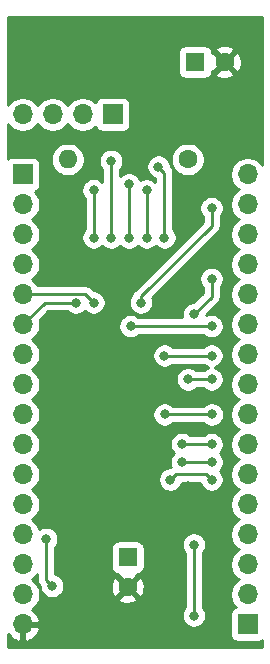
<source format=gbr>
%TF.GenerationSoftware,KiCad,Pcbnew,(5.1.7)-1*%
%TF.CreationDate,2022-07-11T22:21:29-03:00*%
%TF.ProjectId,ROMboard,524f4d62-6f61-4726-942e-6b696361645f,rev?*%
%TF.SameCoordinates,Original*%
%TF.FileFunction,Copper,L2,Bot*%
%TF.FilePolarity,Positive*%
%FSLAX46Y46*%
G04 Gerber Fmt 4.6, Leading zero omitted, Abs format (unit mm)*
G04 Created by KiCad (PCBNEW (5.1.7)-1) date 2022-07-11 22:21:29*
%MOMM*%
%LPD*%
G01*
G04 APERTURE LIST*
%TA.AperFunction,ComponentPad*%
%ADD10C,1.600000*%
%TD*%
%TA.AperFunction,ComponentPad*%
%ADD11R,1.600000X1.600000*%
%TD*%
%TA.AperFunction,ComponentPad*%
%ADD12O,1.600000X1.600000*%
%TD*%
%TA.AperFunction,ComponentPad*%
%ADD13O,1.700000X1.700000*%
%TD*%
%TA.AperFunction,ComponentPad*%
%ADD14R,1.700000X1.700000*%
%TD*%
%TA.AperFunction,ViaPad*%
%ADD15C,0.800000*%
%TD*%
%TA.AperFunction,Conductor*%
%ADD16C,0.250000*%
%TD*%
%TA.AperFunction,Conductor*%
%ADD17C,0.254000*%
%TD*%
%TA.AperFunction,Conductor*%
%ADD18C,0.100000*%
%TD*%
G04 APERTURE END LIST*
D10*
%TO.P,C2,2*%
%TO.N,GND*%
X47585000Y-46355000D03*
D11*
%TO.P,C2,1*%
%TO.N,+5V*%
X45085000Y-46355000D03*
%TD*%
D10*
%TO.P,C1,2*%
%TO.N,GND*%
X39370000Y-90805000D03*
D11*
%TO.P,C1,1*%
%TO.N,+5V*%
X39370000Y-88305000D03*
%TD*%
D12*
%TO.P,R1,2*%
%TO.N,/RST_N*%
X34290000Y-54610000D03*
D10*
%TO.P,R1,1*%
%TO.N,+5V*%
X44450000Y-54610000D03*
%TD*%
D13*
%TO.P,J2,4*%
%TO.N,/RA22*%
X30480000Y-50800000D03*
%TO.P,J2,3*%
%TO.N,/RA21*%
X33020000Y-50800000D03*
%TO.P,J2,2*%
%TO.N,/RA20*%
X35560000Y-50800000D03*
D14*
%TO.P,J2,1*%
%TO.N,/RA19*%
X38100000Y-50800000D03*
%TD*%
D13*
%TO.P,J1,16*%
%TO.N,+5V*%
X49530000Y-55880000D03*
%TO.P,J1,15*%
%TO.N,/ROMWR_N*%
X49530000Y-58420000D03*
%TO.P,J1,14*%
%TO.N,/RA17*%
X49530000Y-60960000D03*
%TO.P,J1,13*%
%TO.N,/RA14*%
X49530000Y-63500000D03*
%TO.P,J1,12*%
%TO.N,/A13*%
X49530000Y-66040000D03*
%TO.P,J1,11*%
%TO.N,/A8*%
X49530000Y-68580000D03*
%TO.P,J1,10*%
%TO.N,/A9*%
X49530000Y-71120000D03*
%TO.P,J1,9*%
%TO.N,/A11*%
X49530000Y-73660000D03*
%TO.P,J1,8*%
%TO.N,/RD_N*%
X49530000Y-76200000D03*
%TO.P,J1,7*%
%TO.N,/A10*%
X49530000Y-78740000D03*
%TO.P,J1,6*%
%TO.N,/CE_N*%
X49530000Y-81280000D03*
%TO.P,J1,5*%
%TO.N,/D7*%
X49530000Y-83820000D03*
%TO.P,J1,4*%
%TO.N,/D6*%
X49530000Y-86360000D03*
%TO.P,J1,3*%
%TO.N,/D5*%
X49530000Y-88900000D03*
%TO.P,J1,2*%
%TO.N,/D4*%
X49530000Y-91440000D03*
D14*
%TO.P,J1,1*%
%TO.N,/D3*%
X49530000Y-93980000D03*
%TD*%
D13*
%TO.P,J0,16*%
%TO.N,GND*%
X30480000Y-93980000D03*
%TO.P,J0,15*%
%TO.N,/D2*%
X30480000Y-91440000D03*
%TO.P,J0,14*%
%TO.N,/D1*%
X30480000Y-88900000D03*
%TO.P,J0,13*%
%TO.N,/D0*%
X30480000Y-86360000D03*
%TO.P,J0,12*%
%TO.N,/A0*%
X30480000Y-83820000D03*
%TO.P,J0,11*%
%TO.N,/A1*%
X30480000Y-81280000D03*
%TO.P,J0,10*%
%TO.N,/A2*%
X30480000Y-78740000D03*
%TO.P,J0,9*%
%TO.N,/A3*%
X30480000Y-76200000D03*
%TO.P,J0,8*%
%TO.N,/A4*%
X30480000Y-73660000D03*
%TO.P,J0,7*%
%TO.N,/A5*%
X30480000Y-71120000D03*
%TO.P,J0,6*%
%TO.N,/A6*%
X30480000Y-68580000D03*
%TO.P,J0,5*%
%TO.N,/A7*%
X30480000Y-66040000D03*
%TO.P,J0,4*%
%TO.N,/A12*%
X30480000Y-63500000D03*
%TO.P,J0,3*%
%TO.N,/RA15*%
X30480000Y-60960000D03*
%TO.P,J0,2*%
%TO.N,/RA16*%
X30480000Y-58420000D03*
D14*
%TO.P,J0,1*%
%TO.N,/RA18*%
X30480000Y-55880000D03*
%TD*%
D15*
%TO.N,+5V*%
X46480000Y-81720000D03*
X42980000Y-81720000D03*
%TO.N,GND*%
X33980000Y-86720000D03*
X44480000Y-82220000D03*
X35560000Y-48260000D03*
%TO.N,/A0*%
X44980000Y-87220000D03*
X32480000Y-86720000D03*
X32980000Y-90720000D03*
X44980000Y-93220000D03*
%TO.N,/A6*%
X34980000Y-66720000D03*
%TO.N,/A7*%
X36480000Y-66720000D03*
%TO.N,/RA18*%
X36490002Y-61230002D03*
X36490002Y-57209998D03*
%TO.N,/ROMWR_N*%
X40980000Y-61220000D03*
X40980000Y-57220000D03*
%TO.N,/RA17*%
X44980000Y-67720000D03*
X46480000Y-64720000D03*
%TO.N,/A8*%
X46480000Y-68720000D03*
X39624000Y-68720000D03*
%TO.N,/A9*%
X46480000Y-71220000D03*
X42480000Y-71220000D03*
%TO.N,/A11*%
X46480000Y-73220000D03*
X44480000Y-73220000D03*
%TO.N,/RD_N*%
X46500000Y-76200000D03*
X42500000Y-76200000D03*
%TO.N,/A10*%
X46480000Y-78720000D03*
X43980000Y-78720000D03*
%TO.N,/CE_N*%
X46480000Y-80220000D03*
X43980000Y-80220000D03*
X40480000Y-66720000D03*
X46480000Y-58720000D03*
%TO.N,/RA20*%
X42480000Y-61220000D03*
X41980000Y-55220000D03*
%TO.N,/RA19*%
X37980000Y-61220000D03*
X37980000Y-54720000D03*
%TO.N,/RST_N*%
X39480000Y-61220000D03*
X39480000Y-56720000D03*
%TD*%
D16*
%TO.N,+5V*%
X42980000Y-81720000D02*
X42980000Y-81720000D01*
X42980000Y-81720000D02*
X43480000Y-81220000D01*
X43480000Y-81220000D02*
X45980000Y-81220000D01*
X45980000Y-81220000D02*
X46480000Y-81720000D01*
%TO.N,/A0*%
X32480000Y-86720000D02*
X32480000Y-90220000D01*
X32480000Y-90220000D02*
X32980000Y-90720000D01*
X32980000Y-90720000D02*
X32980000Y-90720000D01*
X44980000Y-93220000D02*
X44980000Y-87220000D01*
%TO.N,/A6*%
X30480000Y-68580000D02*
X32340000Y-66720000D01*
X32340000Y-66720000D02*
X34980000Y-66720000D01*
%TO.N,/A7*%
X30525001Y-65994999D02*
X35754999Y-65994999D01*
X30480000Y-66040000D02*
X30525001Y-65994999D01*
X35754999Y-65994999D02*
X36480000Y-66720000D01*
%TO.N,/RA18*%
X36490002Y-61230002D02*
X36490002Y-57209998D01*
%TO.N,/ROMWR_N*%
X40980000Y-61220000D02*
X40980000Y-57220000D01*
X40980000Y-57220000D02*
X40980000Y-57220000D01*
%TO.N,/RA17*%
X44980000Y-67720000D02*
X46480000Y-66220000D01*
X46480000Y-66220000D02*
X46480000Y-64720000D01*
X46480000Y-64720000D02*
X46480000Y-64720000D01*
%TO.N,/A8*%
X46480000Y-68720000D02*
X46480000Y-68720000D01*
X46480000Y-68720000D02*
X40980000Y-68720000D01*
X40980000Y-68720000D02*
X39624000Y-68720000D01*
%TO.N,/A9*%
X46480000Y-71220000D02*
X46480000Y-71220000D01*
X46480000Y-71220000D02*
X42480000Y-71220000D01*
%TO.N,/A11*%
X46480000Y-73220000D02*
X46480000Y-73220000D01*
X44480000Y-73220000D02*
X46480000Y-73220000D01*
%TO.N,/RD_N*%
X46500000Y-76200000D02*
X42500000Y-76200000D01*
X42500000Y-76200000D02*
X42500000Y-76200000D01*
%TO.N,/A10*%
X46480000Y-78720000D02*
X46480000Y-78720000D01*
X43980000Y-78720000D02*
X46480000Y-78720000D01*
%TO.N,/CE_N*%
X46480000Y-80220000D02*
X43980000Y-80220000D01*
X43980000Y-80220000D02*
X43980000Y-80220000D01*
X46480000Y-58720000D02*
X46480000Y-58720000D01*
X46480000Y-59565000D02*
X46480000Y-58720000D01*
X46480000Y-60200000D02*
X46480000Y-59565000D01*
X40480000Y-66200000D02*
X46480000Y-60200000D01*
X40480000Y-66720000D02*
X40480000Y-66200000D01*
%TO.N,/RA20*%
X42480000Y-61220000D02*
X42480000Y-55720000D01*
X42480000Y-55720000D02*
X41980000Y-55220000D01*
X41980000Y-55220000D02*
X41980000Y-55220000D01*
%TO.N,/RA19*%
X37980000Y-61220000D02*
X37980000Y-55720000D01*
X37980000Y-55720000D02*
X37980000Y-55720000D01*
X37980000Y-55720000D02*
X37980000Y-54720000D01*
%TO.N,/RST_N*%
X39480000Y-61220000D02*
X39480000Y-57220000D01*
X39480000Y-57220000D02*
X39480000Y-56720000D01*
%TD*%
D17*
%TO.N,GND*%
X50774513Y-42570666D02*
X50775001Y-42575310D01*
X50775001Y-55070346D01*
X50683475Y-54933368D01*
X50476632Y-54726525D01*
X50233411Y-54564010D01*
X49963158Y-54452068D01*
X49676260Y-54395000D01*
X49383740Y-54395000D01*
X49096842Y-54452068D01*
X48826589Y-54564010D01*
X48583368Y-54726525D01*
X48376525Y-54933368D01*
X48214010Y-55176589D01*
X48102068Y-55446842D01*
X48045000Y-55733740D01*
X48045000Y-56026260D01*
X48102068Y-56313158D01*
X48214010Y-56583411D01*
X48376525Y-56826632D01*
X48583368Y-57033475D01*
X48757760Y-57150000D01*
X48583368Y-57266525D01*
X48376525Y-57473368D01*
X48214010Y-57716589D01*
X48102068Y-57986842D01*
X48045000Y-58273740D01*
X48045000Y-58566260D01*
X48102068Y-58853158D01*
X48214010Y-59123411D01*
X48376525Y-59366632D01*
X48583368Y-59573475D01*
X48757760Y-59690000D01*
X48583368Y-59806525D01*
X48376525Y-60013368D01*
X48214010Y-60256589D01*
X48102068Y-60526842D01*
X48045000Y-60813740D01*
X48045000Y-61106260D01*
X48102068Y-61393158D01*
X48214010Y-61663411D01*
X48376525Y-61906632D01*
X48583368Y-62113475D01*
X48757760Y-62230000D01*
X48583368Y-62346525D01*
X48376525Y-62553368D01*
X48214010Y-62796589D01*
X48102068Y-63066842D01*
X48045000Y-63353740D01*
X48045000Y-63646260D01*
X48102068Y-63933158D01*
X48214010Y-64203411D01*
X48376525Y-64446632D01*
X48583368Y-64653475D01*
X48757760Y-64770000D01*
X48583368Y-64886525D01*
X48376525Y-65093368D01*
X48214010Y-65336589D01*
X48102068Y-65606842D01*
X48045000Y-65893740D01*
X48045000Y-66186260D01*
X48102068Y-66473158D01*
X48214010Y-66743411D01*
X48376525Y-66986632D01*
X48583368Y-67193475D01*
X48757760Y-67310000D01*
X48583368Y-67426525D01*
X48376525Y-67633368D01*
X48214010Y-67876589D01*
X48102068Y-68146842D01*
X48045000Y-68433740D01*
X48045000Y-68726260D01*
X48102068Y-69013158D01*
X48214010Y-69283411D01*
X48376525Y-69526632D01*
X48583368Y-69733475D01*
X48757760Y-69850000D01*
X48583368Y-69966525D01*
X48376525Y-70173368D01*
X48214010Y-70416589D01*
X48102068Y-70686842D01*
X48045000Y-70973740D01*
X48045000Y-71266260D01*
X48102068Y-71553158D01*
X48214010Y-71823411D01*
X48376525Y-72066632D01*
X48583368Y-72273475D01*
X48757760Y-72390000D01*
X48583368Y-72506525D01*
X48376525Y-72713368D01*
X48214010Y-72956589D01*
X48102068Y-73226842D01*
X48045000Y-73513740D01*
X48045000Y-73806260D01*
X48102068Y-74093158D01*
X48214010Y-74363411D01*
X48376525Y-74606632D01*
X48583368Y-74813475D01*
X48757760Y-74930000D01*
X48583368Y-75046525D01*
X48376525Y-75253368D01*
X48214010Y-75496589D01*
X48102068Y-75766842D01*
X48045000Y-76053740D01*
X48045000Y-76346260D01*
X48102068Y-76633158D01*
X48214010Y-76903411D01*
X48376525Y-77146632D01*
X48583368Y-77353475D01*
X48757760Y-77470000D01*
X48583368Y-77586525D01*
X48376525Y-77793368D01*
X48214010Y-78036589D01*
X48102068Y-78306842D01*
X48045000Y-78593740D01*
X48045000Y-78886260D01*
X48102068Y-79173158D01*
X48214010Y-79443411D01*
X48376525Y-79686632D01*
X48583368Y-79893475D01*
X48757760Y-80010000D01*
X48583368Y-80126525D01*
X48376525Y-80333368D01*
X48214010Y-80576589D01*
X48102068Y-80846842D01*
X48045000Y-81133740D01*
X48045000Y-81426260D01*
X48102068Y-81713158D01*
X48214010Y-81983411D01*
X48376525Y-82226632D01*
X48583368Y-82433475D01*
X48757760Y-82550000D01*
X48583368Y-82666525D01*
X48376525Y-82873368D01*
X48214010Y-83116589D01*
X48102068Y-83386842D01*
X48045000Y-83673740D01*
X48045000Y-83966260D01*
X48102068Y-84253158D01*
X48214010Y-84523411D01*
X48376525Y-84766632D01*
X48583368Y-84973475D01*
X48757760Y-85090000D01*
X48583368Y-85206525D01*
X48376525Y-85413368D01*
X48214010Y-85656589D01*
X48102068Y-85926842D01*
X48045000Y-86213740D01*
X48045000Y-86506260D01*
X48102068Y-86793158D01*
X48214010Y-87063411D01*
X48376525Y-87306632D01*
X48583368Y-87513475D01*
X48757760Y-87630000D01*
X48583368Y-87746525D01*
X48376525Y-87953368D01*
X48214010Y-88196589D01*
X48102068Y-88466842D01*
X48045000Y-88753740D01*
X48045000Y-89046260D01*
X48102068Y-89333158D01*
X48214010Y-89603411D01*
X48376525Y-89846632D01*
X48583368Y-90053475D01*
X48757760Y-90170000D01*
X48583368Y-90286525D01*
X48376525Y-90493368D01*
X48214010Y-90736589D01*
X48102068Y-91006842D01*
X48045000Y-91293740D01*
X48045000Y-91586260D01*
X48102068Y-91873158D01*
X48214010Y-92143411D01*
X48376525Y-92386632D01*
X48508380Y-92518487D01*
X48435820Y-92540498D01*
X48325506Y-92599463D01*
X48228815Y-92678815D01*
X48149463Y-92775506D01*
X48090498Y-92885820D01*
X48054188Y-93005518D01*
X48041928Y-93130000D01*
X48041928Y-94830000D01*
X48054188Y-94954482D01*
X48090498Y-95074180D01*
X48149463Y-95184494D01*
X48228815Y-95281185D01*
X48325506Y-95360537D01*
X48435820Y-95419502D01*
X48555518Y-95455812D01*
X48680000Y-95468072D01*
X50380000Y-95468072D01*
X50504482Y-95455812D01*
X50624180Y-95419502D01*
X50734494Y-95360537D01*
X50775000Y-95327295D01*
X50775000Y-95852725D01*
X50774335Y-95859513D01*
X50769699Y-95860000D01*
X29242275Y-95860000D01*
X29235487Y-95859335D01*
X29235000Y-95854699D01*
X29235000Y-94782637D01*
X29382412Y-94980269D01*
X29598645Y-95175178D01*
X29848748Y-95324157D01*
X30123109Y-95421481D01*
X30353000Y-95300814D01*
X30353000Y-94107000D01*
X30607000Y-94107000D01*
X30607000Y-95300814D01*
X30836891Y-95421481D01*
X31111252Y-95324157D01*
X31361355Y-95175178D01*
X31577588Y-94980269D01*
X31751641Y-94746920D01*
X31876825Y-94484099D01*
X31921476Y-94336890D01*
X31800155Y-94107000D01*
X30607000Y-94107000D01*
X30353000Y-94107000D01*
X30333000Y-94107000D01*
X30333000Y-93853000D01*
X30353000Y-93853000D01*
X30353000Y-93833000D01*
X30607000Y-93833000D01*
X30607000Y-93853000D01*
X31800155Y-93853000D01*
X31921476Y-93623110D01*
X31876825Y-93475901D01*
X31751641Y-93213080D01*
X31577588Y-92979731D01*
X31361355Y-92784822D01*
X31244466Y-92715195D01*
X31426632Y-92593475D01*
X31633475Y-92386632D01*
X31795990Y-92143411D01*
X31907932Y-91873158D01*
X31922941Y-91797702D01*
X38556903Y-91797702D01*
X38628486Y-92041671D01*
X38883996Y-92162571D01*
X39158184Y-92231300D01*
X39440512Y-92245217D01*
X39720130Y-92203787D01*
X39986292Y-92108603D01*
X40111514Y-92041671D01*
X40183097Y-91797702D01*
X39370000Y-90984605D01*
X38556903Y-91797702D01*
X31922941Y-91797702D01*
X31965000Y-91586260D01*
X31965000Y-91293740D01*
X31907932Y-91006842D01*
X31795990Y-90736589D01*
X31633475Y-90493368D01*
X31426632Y-90286525D01*
X31252240Y-90170000D01*
X31426632Y-90053475D01*
X31633475Y-89846632D01*
X31720001Y-89717137D01*
X31720001Y-90182668D01*
X31716324Y-90220000D01*
X31720001Y-90257333D01*
X31726955Y-90327932D01*
X31730998Y-90368985D01*
X31774454Y-90512246D01*
X31845026Y-90644276D01*
X31907172Y-90720000D01*
X31940000Y-90760001D01*
X31945000Y-90764104D01*
X31945000Y-90821939D01*
X31984774Y-91021898D01*
X32062795Y-91210256D01*
X32176063Y-91379774D01*
X32320226Y-91523937D01*
X32489744Y-91637205D01*
X32678102Y-91715226D01*
X32878061Y-91755000D01*
X33081939Y-91755000D01*
X33281898Y-91715226D01*
X33470256Y-91637205D01*
X33639774Y-91523937D01*
X33783937Y-91379774D01*
X33897205Y-91210256D01*
X33975226Y-91021898D01*
X34004343Y-90875512D01*
X37929783Y-90875512D01*
X37971213Y-91155130D01*
X38066397Y-91421292D01*
X38133329Y-91546514D01*
X38377298Y-91618097D01*
X39190395Y-90805000D01*
X39549605Y-90805000D01*
X40362702Y-91618097D01*
X40606671Y-91546514D01*
X40727571Y-91291004D01*
X40796300Y-91016816D01*
X40810217Y-90734488D01*
X40768787Y-90454870D01*
X40673603Y-90188708D01*
X40606671Y-90063486D01*
X40362702Y-89991903D01*
X39549605Y-90805000D01*
X39190395Y-90805000D01*
X38377298Y-89991903D01*
X38133329Y-90063486D01*
X38012429Y-90318996D01*
X37943700Y-90593184D01*
X37929783Y-90875512D01*
X34004343Y-90875512D01*
X34015000Y-90821939D01*
X34015000Y-90618061D01*
X33975226Y-90418102D01*
X33897205Y-90229744D01*
X33783937Y-90060226D01*
X33639774Y-89916063D01*
X33470256Y-89802795D01*
X33281898Y-89724774D01*
X33240000Y-89716440D01*
X33240000Y-87505000D01*
X37931928Y-87505000D01*
X37931928Y-89105000D01*
X37944188Y-89229482D01*
X37980498Y-89349180D01*
X38039463Y-89459494D01*
X38118815Y-89556185D01*
X38215506Y-89635537D01*
X38325820Y-89694502D01*
X38445518Y-89730812D01*
X38570000Y-89743072D01*
X38577215Y-89743072D01*
X38556903Y-89812298D01*
X39370000Y-90625395D01*
X40183097Y-89812298D01*
X40162785Y-89743072D01*
X40170000Y-89743072D01*
X40294482Y-89730812D01*
X40414180Y-89694502D01*
X40524494Y-89635537D01*
X40621185Y-89556185D01*
X40700537Y-89459494D01*
X40759502Y-89349180D01*
X40795812Y-89229482D01*
X40808072Y-89105000D01*
X40808072Y-87505000D01*
X40795812Y-87380518D01*
X40759502Y-87260820D01*
X40700537Y-87150506D01*
X40673911Y-87118061D01*
X43945000Y-87118061D01*
X43945000Y-87321939D01*
X43984774Y-87521898D01*
X44062795Y-87710256D01*
X44176063Y-87879774D01*
X44220001Y-87923712D01*
X44220000Y-92516289D01*
X44176063Y-92560226D01*
X44062795Y-92729744D01*
X43984774Y-92918102D01*
X43945000Y-93118061D01*
X43945000Y-93321939D01*
X43984774Y-93521898D01*
X44062795Y-93710256D01*
X44176063Y-93879774D01*
X44320226Y-94023937D01*
X44489744Y-94137205D01*
X44678102Y-94215226D01*
X44878061Y-94255000D01*
X45081939Y-94255000D01*
X45281898Y-94215226D01*
X45470256Y-94137205D01*
X45639774Y-94023937D01*
X45783937Y-93879774D01*
X45897205Y-93710256D01*
X45975226Y-93521898D01*
X46015000Y-93321939D01*
X46015000Y-93118061D01*
X45975226Y-92918102D01*
X45897205Y-92729744D01*
X45783937Y-92560226D01*
X45740000Y-92516289D01*
X45740000Y-87923711D01*
X45783937Y-87879774D01*
X45897205Y-87710256D01*
X45975226Y-87521898D01*
X46015000Y-87321939D01*
X46015000Y-87118061D01*
X45975226Y-86918102D01*
X45897205Y-86729744D01*
X45783937Y-86560226D01*
X45639774Y-86416063D01*
X45470256Y-86302795D01*
X45281898Y-86224774D01*
X45081939Y-86185000D01*
X44878061Y-86185000D01*
X44678102Y-86224774D01*
X44489744Y-86302795D01*
X44320226Y-86416063D01*
X44176063Y-86560226D01*
X44062795Y-86729744D01*
X43984774Y-86918102D01*
X43945000Y-87118061D01*
X40673911Y-87118061D01*
X40621185Y-87053815D01*
X40524494Y-86974463D01*
X40414180Y-86915498D01*
X40294482Y-86879188D01*
X40170000Y-86866928D01*
X38570000Y-86866928D01*
X38445518Y-86879188D01*
X38325820Y-86915498D01*
X38215506Y-86974463D01*
X38118815Y-87053815D01*
X38039463Y-87150506D01*
X37980498Y-87260820D01*
X37944188Y-87380518D01*
X37931928Y-87505000D01*
X33240000Y-87505000D01*
X33240000Y-87423711D01*
X33283937Y-87379774D01*
X33397205Y-87210256D01*
X33475226Y-87021898D01*
X33515000Y-86821939D01*
X33515000Y-86618061D01*
X33475226Y-86418102D01*
X33397205Y-86229744D01*
X33283937Y-86060226D01*
X33139774Y-85916063D01*
X32970256Y-85802795D01*
X32781898Y-85724774D01*
X32581939Y-85685000D01*
X32378061Y-85685000D01*
X32178102Y-85724774D01*
X31989744Y-85802795D01*
X31885423Y-85872500D01*
X31795990Y-85656589D01*
X31633475Y-85413368D01*
X31426632Y-85206525D01*
X31252240Y-85090000D01*
X31426632Y-84973475D01*
X31633475Y-84766632D01*
X31795990Y-84523411D01*
X31907932Y-84253158D01*
X31965000Y-83966260D01*
X31965000Y-83673740D01*
X31907932Y-83386842D01*
X31795990Y-83116589D01*
X31633475Y-82873368D01*
X31426632Y-82666525D01*
X31252240Y-82550000D01*
X31426632Y-82433475D01*
X31633475Y-82226632D01*
X31795990Y-81983411D01*
X31907932Y-81713158D01*
X31926848Y-81618061D01*
X41945000Y-81618061D01*
X41945000Y-81821939D01*
X41984774Y-82021898D01*
X42062795Y-82210256D01*
X42176063Y-82379774D01*
X42320226Y-82523937D01*
X42489744Y-82637205D01*
X42678102Y-82715226D01*
X42878061Y-82755000D01*
X43081939Y-82755000D01*
X43281898Y-82715226D01*
X43470256Y-82637205D01*
X43639774Y-82523937D01*
X43783937Y-82379774D01*
X43897205Y-82210256D01*
X43975226Y-82021898D01*
X43983560Y-81980000D01*
X45476440Y-81980000D01*
X45484774Y-82021898D01*
X45562795Y-82210256D01*
X45676063Y-82379774D01*
X45820226Y-82523937D01*
X45989744Y-82637205D01*
X46178102Y-82715226D01*
X46378061Y-82755000D01*
X46581939Y-82755000D01*
X46781898Y-82715226D01*
X46970256Y-82637205D01*
X47139774Y-82523937D01*
X47283937Y-82379774D01*
X47397205Y-82210256D01*
X47475226Y-82021898D01*
X47515000Y-81821939D01*
X47515000Y-81618061D01*
X47475226Y-81418102D01*
X47397205Y-81229744D01*
X47283937Y-81060226D01*
X47193711Y-80970000D01*
X47283937Y-80879774D01*
X47397205Y-80710256D01*
X47475226Y-80521898D01*
X47515000Y-80321939D01*
X47515000Y-80118061D01*
X47475226Y-79918102D01*
X47397205Y-79729744D01*
X47283937Y-79560226D01*
X47193711Y-79470000D01*
X47283937Y-79379774D01*
X47397205Y-79210256D01*
X47475226Y-79021898D01*
X47515000Y-78821939D01*
X47515000Y-78618061D01*
X47475226Y-78418102D01*
X47397205Y-78229744D01*
X47283937Y-78060226D01*
X47139774Y-77916063D01*
X46970256Y-77802795D01*
X46781898Y-77724774D01*
X46581939Y-77685000D01*
X46378061Y-77685000D01*
X46178102Y-77724774D01*
X45989744Y-77802795D01*
X45820226Y-77916063D01*
X45776289Y-77960000D01*
X44683711Y-77960000D01*
X44639774Y-77916063D01*
X44470256Y-77802795D01*
X44281898Y-77724774D01*
X44081939Y-77685000D01*
X43878061Y-77685000D01*
X43678102Y-77724774D01*
X43489744Y-77802795D01*
X43320226Y-77916063D01*
X43176063Y-78060226D01*
X43062795Y-78229744D01*
X42984774Y-78418102D01*
X42945000Y-78618061D01*
X42945000Y-78821939D01*
X42984774Y-79021898D01*
X43062795Y-79210256D01*
X43176063Y-79379774D01*
X43266289Y-79470000D01*
X43176063Y-79560226D01*
X43062795Y-79729744D01*
X42984774Y-79918102D01*
X42945000Y-80118061D01*
X42945000Y-80321939D01*
X42984774Y-80521898D01*
X43022289Y-80612466D01*
X42939999Y-80679999D01*
X42935895Y-80685000D01*
X42878061Y-80685000D01*
X42678102Y-80724774D01*
X42489744Y-80802795D01*
X42320226Y-80916063D01*
X42176063Y-81060226D01*
X42062795Y-81229744D01*
X41984774Y-81418102D01*
X41945000Y-81618061D01*
X31926848Y-81618061D01*
X31965000Y-81426260D01*
X31965000Y-81133740D01*
X31907932Y-80846842D01*
X31795990Y-80576589D01*
X31633475Y-80333368D01*
X31426632Y-80126525D01*
X31252240Y-80010000D01*
X31426632Y-79893475D01*
X31633475Y-79686632D01*
X31795990Y-79443411D01*
X31907932Y-79173158D01*
X31965000Y-78886260D01*
X31965000Y-78593740D01*
X31907932Y-78306842D01*
X31795990Y-78036589D01*
X31633475Y-77793368D01*
X31426632Y-77586525D01*
X31252240Y-77470000D01*
X31426632Y-77353475D01*
X31633475Y-77146632D01*
X31795990Y-76903411D01*
X31907932Y-76633158D01*
X31965000Y-76346260D01*
X31965000Y-76098061D01*
X41465000Y-76098061D01*
X41465000Y-76301939D01*
X41504774Y-76501898D01*
X41582795Y-76690256D01*
X41696063Y-76859774D01*
X41840226Y-77003937D01*
X42009744Y-77117205D01*
X42198102Y-77195226D01*
X42398061Y-77235000D01*
X42601939Y-77235000D01*
X42801898Y-77195226D01*
X42990256Y-77117205D01*
X43159774Y-77003937D01*
X43203711Y-76960000D01*
X45796289Y-76960000D01*
X45840226Y-77003937D01*
X46009744Y-77117205D01*
X46198102Y-77195226D01*
X46398061Y-77235000D01*
X46601939Y-77235000D01*
X46801898Y-77195226D01*
X46990256Y-77117205D01*
X47159774Y-77003937D01*
X47303937Y-76859774D01*
X47417205Y-76690256D01*
X47495226Y-76501898D01*
X47535000Y-76301939D01*
X47535000Y-76098061D01*
X47495226Y-75898102D01*
X47417205Y-75709744D01*
X47303937Y-75540226D01*
X47159774Y-75396063D01*
X46990256Y-75282795D01*
X46801898Y-75204774D01*
X46601939Y-75165000D01*
X46398061Y-75165000D01*
X46198102Y-75204774D01*
X46009744Y-75282795D01*
X45840226Y-75396063D01*
X45796289Y-75440000D01*
X43203711Y-75440000D01*
X43159774Y-75396063D01*
X42990256Y-75282795D01*
X42801898Y-75204774D01*
X42601939Y-75165000D01*
X42398061Y-75165000D01*
X42198102Y-75204774D01*
X42009744Y-75282795D01*
X41840226Y-75396063D01*
X41696063Y-75540226D01*
X41582795Y-75709744D01*
X41504774Y-75898102D01*
X41465000Y-76098061D01*
X31965000Y-76098061D01*
X31965000Y-76053740D01*
X31907932Y-75766842D01*
X31795990Y-75496589D01*
X31633475Y-75253368D01*
X31426632Y-75046525D01*
X31252240Y-74930000D01*
X31426632Y-74813475D01*
X31633475Y-74606632D01*
X31795990Y-74363411D01*
X31907932Y-74093158D01*
X31965000Y-73806260D01*
X31965000Y-73513740D01*
X31907932Y-73226842D01*
X31795990Y-72956589D01*
X31633475Y-72713368D01*
X31426632Y-72506525D01*
X31252240Y-72390000D01*
X31426632Y-72273475D01*
X31633475Y-72066632D01*
X31795990Y-71823411D01*
X31907932Y-71553158D01*
X31965000Y-71266260D01*
X31965000Y-71118061D01*
X41445000Y-71118061D01*
X41445000Y-71321939D01*
X41484774Y-71521898D01*
X41562795Y-71710256D01*
X41676063Y-71879774D01*
X41820226Y-72023937D01*
X41989744Y-72137205D01*
X42178102Y-72215226D01*
X42378061Y-72255000D01*
X42581939Y-72255000D01*
X42781898Y-72215226D01*
X42970256Y-72137205D01*
X43139774Y-72023937D01*
X43183711Y-71980000D01*
X45776289Y-71980000D01*
X45820226Y-72023937D01*
X45989744Y-72137205D01*
X46178102Y-72215226D01*
X46202103Y-72220000D01*
X46178102Y-72224774D01*
X45989744Y-72302795D01*
X45820226Y-72416063D01*
X45776289Y-72460000D01*
X45183711Y-72460000D01*
X45139774Y-72416063D01*
X44970256Y-72302795D01*
X44781898Y-72224774D01*
X44581939Y-72185000D01*
X44378061Y-72185000D01*
X44178102Y-72224774D01*
X43989744Y-72302795D01*
X43820226Y-72416063D01*
X43676063Y-72560226D01*
X43562795Y-72729744D01*
X43484774Y-72918102D01*
X43445000Y-73118061D01*
X43445000Y-73321939D01*
X43484774Y-73521898D01*
X43562795Y-73710256D01*
X43676063Y-73879774D01*
X43820226Y-74023937D01*
X43989744Y-74137205D01*
X44178102Y-74215226D01*
X44378061Y-74255000D01*
X44581939Y-74255000D01*
X44781898Y-74215226D01*
X44970256Y-74137205D01*
X45139774Y-74023937D01*
X45183711Y-73980000D01*
X45776289Y-73980000D01*
X45820226Y-74023937D01*
X45989744Y-74137205D01*
X46178102Y-74215226D01*
X46378061Y-74255000D01*
X46581939Y-74255000D01*
X46781898Y-74215226D01*
X46970256Y-74137205D01*
X47139774Y-74023937D01*
X47283937Y-73879774D01*
X47397205Y-73710256D01*
X47475226Y-73521898D01*
X47515000Y-73321939D01*
X47515000Y-73118061D01*
X47475226Y-72918102D01*
X47397205Y-72729744D01*
X47283937Y-72560226D01*
X47139774Y-72416063D01*
X46970256Y-72302795D01*
X46781898Y-72224774D01*
X46757897Y-72220000D01*
X46781898Y-72215226D01*
X46970256Y-72137205D01*
X47139774Y-72023937D01*
X47283937Y-71879774D01*
X47397205Y-71710256D01*
X47475226Y-71521898D01*
X47515000Y-71321939D01*
X47515000Y-71118061D01*
X47475226Y-70918102D01*
X47397205Y-70729744D01*
X47283937Y-70560226D01*
X47139774Y-70416063D01*
X46970256Y-70302795D01*
X46781898Y-70224774D01*
X46581939Y-70185000D01*
X46378061Y-70185000D01*
X46178102Y-70224774D01*
X45989744Y-70302795D01*
X45820226Y-70416063D01*
X45776289Y-70460000D01*
X43183711Y-70460000D01*
X43139774Y-70416063D01*
X42970256Y-70302795D01*
X42781898Y-70224774D01*
X42581939Y-70185000D01*
X42378061Y-70185000D01*
X42178102Y-70224774D01*
X41989744Y-70302795D01*
X41820226Y-70416063D01*
X41676063Y-70560226D01*
X41562795Y-70729744D01*
X41484774Y-70918102D01*
X41445000Y-71118061D01*
X31965000Y-71118061D01*
X31965000Y-70973740D01*
X31907932Y-70686842D01*
X31795990Y-70416589D01*
X31633475Y-70173368D01*
X31426632Y-69966525D01*
X31252240Y-69850000D01*
X31426632Y-69733475D01*
X31633475Y-69526632D01*
X31795990Y-69283411D01*
X31907932Y-69013158D01*
X31965000Y-68726260D01*
X31965000Y-68618061D01*
X38589000Y-68618061D01*
X38589000Y-68821939D01*
X38628774Y-69021898D01*
X38706795Y-69210256D01*
X38820063Y-69379774D01*
X38964226Y-69523937D01*
X39133744Y-69637205D01*
X39322102Y-69715226D01*
X39522061Y-69755000D01*
X39725939Y-69755000D01*
X39925898Y-69715226D01*
X40114256Y-69637205D01*
X40283774Y-69523937D01*
X40327711Y-69480000D01*
X45776289Y-69480000D01*
X45820226Y-69523937D01*
X45989744Y-69637205D01*
X46178102Y-69715226D01*
X46378061Y-69755000D01*
X46581939Y-69755000D01*
X46781898Y-69715226D01*
X46970256Y-69637205D01*
X47139774Y-69523937D01*
X47283937Y-69379774D01*
X47397205Y-69210256D01*
X47475226Y-69021898D01*
X47515000Y-68821939D01*
X47515000Y-68618061D01*
X47475226Y-68418102D01*
X47397205Y-68229744D01*
X47283937Y-68060226D01*
X47139774Y-67916063D01*
X46970256Y-67802795D01*
X46781898Y-67724774D01*
X46581939Y-67685000D01*
X46378061Y-67685000D01*
X46178102Y-67724774D01*
X46015000Y-67792334D01*
X46015000Y-67759801D01*
X46991004Y-66783798D01*
X47020001Y-66760001D01*
X47114974Y-66644276D01*
X47185546Y-66512247D01*
X47229003Y-66368986D01*
X47240000Y-66257333D01*
X47240000Y-66257324D01*
X47243676Y-66220001D01*
X47240000Y-66182678D01*
X47240000Y-65423711D01*
X47283937Y-65379774D01*
X47397205Y-65210256D01*
X47475226Y-65021898D01*
X47515000Y-64821939D01*
X47515000Y-64618061D01*
X47475226Y-64418102D01*
X47397205Y-64229744D01*
X47283937Y-64060226D01*
X47139774Y-63916063D01*
X46970256Y-63802795D01*
X46781898Y-63724774D01*
X46581939Y-63685000D01*
X46378061Y-63685000D01*
X46178102Y-63724774D01*
X45989744Y-63802795D01*
X45820226Y-63916063D01*
X45676063Y-64060226D01*
X45562795Y-64229744D01*
X45484774Y-64418102D01*
X45445000Y-64618061D01*
X45445000Y-64821939D01*
X45484774Y-65021898D01*
X45562795Y-65210256D01*
X45676063Y-65379774D01*
X45720001Y-65423712D01*
X45720000Y-65905198D01*
X44940199Y-66685000D01*
X44878061Y-66685000D01*
X44678102Y-66724774D01*
X44489744Y-66802795D01*
X44320226Y-66916063D01*
X44176063Y-67060226D01*
X44062795Y-67229744D01*
X43984774Y-67418102D01*
X43945000Y-67618061D01*
X43945000Y-67821939D01*
X43972462Y-67960000D01*
X40327711Y-67960000D01*
X40283774Y-67916063D01*
X40114256Y-67802795D01*
X39925898Y-67724774D01*
X39725939Y-67685000D01*
X39522061Y-67685000D01*
X39322102Y-67724774D01*
X39133744Y-67802795D01*
X38964226Y-67916063D01*
X38820063Y-68060226D01*
X38706795Y-68229744D01*
X38628774Y-68418102D01*
X38589000Y-68618061D01*
X31965000Y-68618061D01*
X31965000Y-68433740D01*
X31921210Y-68213592D01*
X32654802Y-67480000D01*
X34276289Y-67480000D01*
X34320226Y-67523937D01*
X34489744Y-67637205D01*
X34678102Y-67715226D01*
X34878061Y-67755000D01*
X35081939Y-67755000D01*
X35281898Y-67715226D01*
X35470256Y-67637205D01*
X35639774Y-67523937D01*
X35730000Y-67433711D01*
X35820226Y-67523937D01*
X35989744Y-67637205D01*
X36178102Y-67715226D01*
X36378061Y-67755000D01*
X36581939Y-67755000D01*
X36781898Y-67715226D01*
X36970256Y-67637205D01*
X37139774Y-67523937D01*
X37283937Y-67379774D01*
X37397205Y-67210256D01*
X37475226Y-67021898D01*
X37515000Y-66821939D01*
X37515000Y-66618061D01*
X39445000Y-66618061D01*
X39445000Y-66821939D01*
X39484774Y-67021898D01*
X39562795Y-67210256D01*
X39676063Y-67379774D01*
X39820226Y-67523937D01*
X39989744Y-67637205D01*
X40178102Y-67715226D01*
X40378061Y-67755000D01*
X40581939Y-67755000D01*
X40781898Y-67715226D01*
X40970256Y-67637205D01*
X41139774Y-67523937D01*
X41283937Y-67379774D01*
X41397205Y-67210256D01*
X41475226Y-67021898D01*
X41515000Y-66821939D01*
X41515000Y-66618061D01*
X41475226Y-66418102D01*
X41434652Y-66320149D01*
X46991009Y-60763794D01*
X47020001Y-60740001D01*
X47043795Y-60711008D01*
X47043799Y-60711004D01*
X47114973Y-60624277D01*
X47114974Y-60624276D01*
X47185546Y-60492247D01*
X47229003Y-60348986D01*
X47240000Y-60237333D01*
X47240000Y-60237324D01*
X47243676Y-60200001D01*
X47240000Y-60162678D01*
X47240000Y-59423711D01*
X47283937Y-59379774D01*
X47397205Y-59210256D01*
X47475226Y-59021898D01*
X47515000Y-58821939D01*
X47515000Y-58618061D01*
X47475226Y-58418102D01*
X47397205Y-58229744D01*
X47283937Y-58060226D01*
X47139774Y-57916063D01*
X46970256Y-57802795D01*
X46781898Y-57724774D01*
X46581939Y-57685000D01*
X46378061Y-57685000D01*
X46178102Y-57724774D01*
X45989744Y-57802795D01*
X45820226Y-57916063D01*
X45676063Y-58060226D01*
X45562795Y-58229744D01*
X45484774Y-58418102D01*
X45445000Y-58618061D01*
X45445000Y-58821939D01*
X45484774Y-59021898D01*
X45562795Y-59210256D01*
X45676063Y-59379774D01*
X45720000Y-59423711D01*
X45720000Y-59885197D01*
X39968998Y-65636201D01*
X39940000Y-65659999D01*
X39845026Y-65775724D01*
X39774454Y-65907753D01*
X39750905Y-65985384D01*
X39676063Y-66060226D01*
X39562795Y-66229744D01*
X39484774Y-66418102D01*
X39445000Y-66618061D01*
X37515000Y-66618061D01*
X37475226Y-66418102D01*
X37397205Y-66229744D01*
X37283937Y-66060226D01*
X37139774Y-65916063D01*
X36970256Y-65802795D01*
X36781898Y-65724774D01*
X36581939Y-65685000D01*
X36519801Y-65685000D01*
X36318802Y-65484001D01*
X36295000Y-65454998D01*
X36179275Y-65360025D01*
X36047246Y-65289453D01*
X35903985Y-65245996D01*
X35792332Y-65234999D01*
X35792321Y-65234999D01*
X35754999Y-65231323D01*
X35717677Y-65234999D01*
X31728110Y-65234999D01*
X31633475Y-65093368D01*
X31426632Y-64886525D01*
X31252240Y-64770000D01*
X31426632Y-64653475D01*
X31633475Y-64446632D01*
X31795990Y-64203411D01*
X31907932Y-63933158D01*
X31965000Y-63646260D01*
X31965000Y-63353740D01*
X31907932Y-63066842D01*
X31795990Y-62796589D01*
X31633475Y-62553368D01*
X31426632Y-62346525D01*
X31252240Y-62230000D01*
X31426632Y-62113475D01*
X31633475Y-61906632D01*
X31795990Y-61663411D01*
X31907932Y-61393158D01*
X31965000Y-61106260D01*
X31965000Y-60813740D01*
X31907932Y-60526842D01*
X31795990Y-60256589D01*
X31633475Y-60013368D01*
X31426632Y-59806525D01*
X31252240Y-59690000D01*
X31426632Y-59573475D01*
X31633475Y-59366632D01*
X31795990Y-59123411D01*
X31907932Y-58853158D01*
X31965000Y-58566260D01*
X31965000Y-58273740D01*
X31907932Y-57986842D01*
X31795990Y-57716589D01*
X31633475Y-57473368D01*
X31501620Y-57341513D01*
X31574180Y-57319502D01*
X31684494Y-57260537D01*
X31781185Y-57181185D01*
X31841197Y-57108059D01*
X35455002Y-57108059D01*
X35455002Y-57311937D01*
X35494776Y-57511896D01*
X35572797Y-57700254D01*
X35686065Y-57869772D01*
X35730003Y-57913710D01*
X35730002Y-60526291D01*
X35686065Y-60570228D01*
X35572797Y-60739746D01*
X35494776Y-60928104D01*
X35455002Y-61128063D01*
X35455002Y-61331941D01*
X35494776Y-61531900D01*
X35572797Y-61720258D01*
X35686065Y-61889776D01*
X35830228Y-62033939D01*
X35999746Y-62147207D01*
X36188104Y-62225228D01*
X36388063Y-62265002D01*
X36591941Y-62265002D01*
X36791900Y-62225228D01*
X36980258Y-62147207D01*
X37149776Y-62033939D01*
X37240002Y-61943713D01*
X37320226Y-62023937D01*
X37489744Y-62137205D01*
X37678102Y-62215226D01*
X37878061Y-62255000D01*
X38081939Y-62255000D01*
X38281898Y-62215226D01*
X38470256Y-62137205D01*
X38639774Y-62023937D01*
X38730000Y-61933711D01*
X38820226Y-62023937D01*
X38989744Y-62137205D01*
X39178102Y-62215226D01*
X39378061Y-62255000D01*
X39581939Y-62255000D01*
X39781898Y-62215226D01*
X39970256Y-62137205D01*
X40139774Y-62023937D01*
X40230000Y-61933711D01*
X40320226Y-62023937D01*
X40489744Y-62137205D01*
X40678102Y-62215226D01*
X40878061Y-62255000D01*
X41081939Y-62255000D01*
X41281898Y-62215226D01*
X41470256Y-62137205D01*
X41639774Y-62023937D01*
X41730000Y-61933711D01*
X41820226Y-62023937D01*
X41989744Y-62137205D01*
X42178102Y-62215226D01*
X42378061Y-62255000D01*
X42581939Y-62255000D01*
X42781898Y-62215226D01*
X42970256Y-62137205D01*
X43139774Y-62023937D01*
X43283937Y-61879774D01*
X43397205Y-61710256D01*
X43475226Y-61521898D01*
X43515000Y-61321939D01*
X43515000Y-61118061D01*
X43475226Y-60918102D01*
X43397205Y-60729744D01*
X43283937Y-60560226D01*
X43240000Y-60516289D01*
X43240000Y-55757325D01*
X43243676Y-55720000D01*
X43240000Y-55682675D01*
X43240000Y-55682667D01*
X43229003Y-55571014D01*
X43185546Y-55427753D01*
X43114974Y-55295724D01*
X43020001Y-55179999D01*
X43015000Y-55175895D01*
X43015000Y-55118061D01*
X42975226Y-54918102D01*
X42897205Y-54729744D01*
X42783937Y-54560226D01*
X42692376Y-54468665D01*
X43015000Y-54468665D01*
X43015000Y-54751335D01*
X43070147Y-55028574D01*
X43178320Y-55289727D01*
X43335363Y-55524759D01*
X43535241Y-55724637D01*
X43770273Y-55881680D01*
X44031426Y-55989853D01*
X44308665Y-56045000D01*
X44591335Y-56045000D01*
X44868574Y-55989853D01*
X45129727Y-55881680D01*
X45364759Y-55724637D01*
X45564637Y-55524759D01*
X45721680Y-55289727D01*
X45829853Y-55028574D01*
X45885000Y-54751335D01*
X45885000Y-54468665D01*
X45829853Y-54191426D01*
X45721680Y-53930273D01*
X45564637Y-53695241D01*
X45364759Y-53495363D01*
X45129727Y-53338320D01*
X44868574Y-53230147D01*
X44591335Y-53175000D01*
X44308665Y-53175000D01*
X44031426Y-53230147D01*
X43770273Y-53338320D01*
X43535241Y-53495363D01*
X43335363Y-53695241D01*
X43178320Y-53930273D01*
X43070147Y-54191426D01*
X43015000Y-54468665D01*
X42692376Y-54468665D01*
X42639774Y-54416063D01*
X42470256Y-54302795D01*
X42281898Y-54224774D01*
X42081939Y-54185000D01*
X41878061Y-54185000D01*
X41678102Y-54224774D01*
X41489744Y-54302795D01*
X41320226Y-54416063D01*
X41176063Y-54560226D01*
X41062795Y-54729744D01*
X40984774Y-54918102D01*
X40945000Y-55118061D01*
X40945000Y-55321939D01*
X40984774Y-55521898D01*
X41062795Y-55710256D01*
X41176063Y-55879774D01*
X41320226Y-56023937D01*
X41489744Y-56137205D01*
X41678102Y-56215226D01*
X41720001Y-56223560D01*
X41720001Y-56496290D01*
X41639774Y-56416063D01*
X41470256Y-56302795D01*
X41281898Y-56224774D01*
X41081939Y-56185000D01*
X40878061Y-56185000D01*
X40678102Y-56224774D01*
X40489744Y-56302795D01*
X40440965Y-56335388D01*
X40397205Y-56229744D01*
X40283937Y-56060226D01*
X40139774Y-55916063D01*
X39970256Y-55802795D01*
X39781898Y-55724774D01*
X39581939Y-55685000D01*
X39378061Y-55685000D01*
X39178102Y-55724774D01*
X38989744Y-55802795D01*
X38820226Y-55916063D01*
X38740000Y-55996289D01*
X38740000Y-55757332D01*
X38743677Y-55720000D01*
X38740000Y-55682667D01*
X38740000Y-55423711D01*
X38783937Y-55379774D01*
X38897205Y-55210256D01*
X38975226Y-55021898D01*
X39015000Y-54821939D01*
X39015000Y-54618061D01*
X38975226Y-54418102D01*
X38897205Y-54229744D01*
X38783937Y-54060226D01*
X38639774Y-53916063D01*
X38470256Y-53802795D01*
X38281898Y-53724774D01*
X38081939Y-53685000D01*
X37878061Y-53685000D01*
X37678102Y-53724774D01*
X37489744Y-53802795D01*
X37320226Y-53916063D01*
X37176063Y-54060226D01*
X37062795Y-54229744D01*
X36984774Y-54418102D01*
X36945000Y-54618061D01*
X36945000Y-54821939D01*
X36984774Y-55021898D01*
X37062795Y-55210256D01*
X37176063Y-55379774D01*
X37220000Y-55423711D01*
X37220000Y-55682666D01*
X37216323Y-55720000D01*
X37220001Y-55757343D01*
X37220001Y-56476286D01*
X37149776Y-56406061D01*
X36980258Y-56292793D01*
X36791900Y-56214772D01*
X36591941Y-56174998D01*
X36388063Y-56174998D01*
X36188104Y-56214772D01*
X35999746Y-56292793D01*
X35830228Y-56406061D01*
X35686065Y-56550224D01*
X35572797Y-56719742D01*
X35494776Y-56908100D01*
X35455002Y-57108059D01*
X31841197Y-57108059D01*
X31860537Y-57084494D01*
X31919502Y-56974180D01*
X31955812Y-56854482D01*
X31968072Y-56730000D01*
X31968072Y-55030000D01*
X31955812Y-54905518D01*
X31919502Y-54785820D01*
X31860537Y-54675506D01*
X31781185Y-54578815D01*
X31684494Y-54499463D01*
X31626876Y-54468665D01*
X32855000Y-54468665D01*
X32855000Y-54751335D01*
X32910147Y-55028574D01*
X33018320Y-55289727D01*
X33175363Y-55524759D01*
X33375241Y-55724637D01*
X33610273Y-55881680D01*
X33871426Y-55989853D01*
X34148665Y-56045000D01*
X34431335Y-56045000D01*
X34708574Y-55989853D01*
X34969727Y-55881680D01*
X35204759Y-55724637D01*
X35404637Y-55524759D01*
X35561680Y-55289727D01*
X35669853Y-55028574D01*
X35725000Y-54751335D01*
X35725000Y-54468665D01*
X35669853Y-54191426D01*
X35561680Y-53930273D01*
X35404637Y-53695241D01*
X35204759Y-53495363D01*
X34969727Y-53338320D01*
X34708574Y-53230147D01*
X34431335Y-53175000D01*
X34148665Y-53175000D01*
X33871426Y-53230147D01*
X33610273Y-53338320D01*
X33375241Y-53495363D01*
X33175363Y-53695241D01*
X33018320Y-53930273D01*
X32910147Y-54191426D01*
X32855000Y-54468665D01*
X31626876Y-54468665D01*
X31574180Y-54440498D01*
X31454482Y-54404188D01*
X31330000Y-54391928D01*
X29630000Y-54391928D01*
X29505518Y-54404188D01*
X29385820Y-54440498D01*
X29275506Y-54499463D01*
X29235000Y-54532705D01*
X29235000Y-51609655D01*
X29326525Y-51746632D01*
X29533368Y-51953475D01*
X29776589Y-52115990D01*
X30046842Y-52227932D01*
X30333740Y-52285000D01*
X30626260Y-52285000D01*
X30913158Y-52227932D01*
X31183411Y-52115990D01*
X31426632Y-51953475D01*
X31633475Y-51746632D01*
X31750000Y-51572240D01*
X31866525Y-51746632D01*
X32073368Y-51953475D01*
X32316589Y-52115990D01*
X32586842Y-52227932D01*
X32873740Y-52285000D01*
X33166260Y-52285000D01*
X33453158Y-52227932D01*
X33723411Y-52115990D01*
X33966632Y-51953475D01*
X34173475Y-51746632D01*
X34290000Y-51572240D01*
X34406525Y-51746632D01*
X34613368Y-51953475D01*
X34856589Y-52115990D01*
X35126842Y-52227932D01*
X35413740Y-52285000D01*
X35706260Y-52285000D01*
X35993158Y-52227932D01*
X36263411Y-52115990D01*
X36506632Y-51953475D01*
X36638487Y-51821620D01*
X36660498Y-51894180D01*
X36719463Y-52004494D01*
X36798815Y-52101185D01*
X36895506Y-52180537D01*
X37005820Y-52239502D01*
X37125518Y-52275812D01*
X37250000Y-52288072D01*
X38950000Y-52288072D01*
X39074482Y-52275812D01*
X39194180Y-52239502D01*
X39304494Y-52180537D01*
X39401185Y-52101185D01*
X39480537Y-52004494D01*
X39539502Y-51894180D01*
X39575812Y-51774482D01*
X39588072Y-51650000D01*
X39588072Y-49950000D01*
X39575812Y-49825518D01*
X39539502Y-49705820D01*
X39480537Y-49595506D01*
X39401185Y-49498815D01*
X39304494Y-49419463D01*
X39194180Y-49360498D01*
X39074482Y-49324188D01*
X38950000Y-49311928D01*
X37250000Y-49311928D01*
X37125518Y-49324188D01*
X37005820Y-49360498D01*
X36895506Y-49419463D01*
X36798815Y-49498815D01*
X36719463Y-49595506D01*
X36660498Y-49705820D01*
X36638487Y-49778380D01*
X36506632Y-49646525D01*
X36263411Y-49484010D01*
X35993158Y-49372068D01*
X35706260Y-49315000D01*
X35413740Y-49315000D01*
X35126842Y-49372068D01*
X34856589Y-49484010D01*
X34613368Y-49646525D01*
X34406525Y-49853368D01*
X34290000Y-50027760D01*
X34173475Y-49853368D01*
X33966632Y-49646525D01*
X33723411Y-49484010D01*
X33453158Y-49372068D01*
X33166260Y-49315000D01*
X32873740Y-49315000D01*
X32586842Y-49372068D01*
X32316589Y-49484010D01*
X32073368Y-49646525D01*
X31866525Y-49853368D01*
X31750000Y-50027760D01*
X31633475Y-49853368D01*
X31426632Y-49646525D01*
X31183411Y-49484010D01*
X30913158Y-49372068D01*
X30626260Y-49315000D01*
X30333740Y-49315000D01*
X30046842Y-49372068D01*
X29776589Y-49484010D01*
X29533368Y-49646525D01*
X29326525Y-49853368D01*
X29235000Y-49990345D01*
X29235000Y-45555000D01*
X43646928Y-45555000D01*
X43646928Y-47155000D01*
X43659188Y-47279482D01*
X43695498Y-47399180D01*
X43754463Y-47509494D01*
X43833815Y-47606185D01*
X43930506Y-47685537D01*
X44040820Y-47744502D01*
X44160518Y-47780812D01*
X44285000Y-47793072D01*
X45885000Y-47793072D01*
X46009482Y-47780812D01*
X46129180Y-47744502D01*
X46239494Y-47685537D01*
X46336185Y-47606185D01*
X46415537Y-47509494D01*
X46474502Y-47399180D01*
X46490117Y-47347702D01*
X46771903Y-47347702D01*
X46843486Y-47591671D01*
X47098996Y-47712571D01*
X47373184Y-47781300D01*
X47655512Y-47795217D01*
X47935130Y-47753787D01*
X48201292Y-47658603D01*
X48326514Y-47591671D01*
X48398097Y-47347702D01*
X47585000Y-46534605D01*
X46771903Y-47347702D01*
X46490117Y-47347702D01*
X46510812Y-47279482D01*
X46523072Y-47155000D01*
X46523072Y-47147785D01*
X46592298Y-47168097D01*
X47405395Y-46355000D01*
X47764605Y-46355000D01*
X48577702Y-47168097D01*
X48821671Y-47096514D01*
X48942571Y-46841004D01*
X49011300Y-46566816D01*
X49025217Y-46284488D01*
X48983787Y-46004870D01*
X48888603Y-45738708D01*
X48821671Y-45613486D01*
X48577702Y-45541903D01*
X47764605Y-46355000D01*
X47405395Y-46355000D01*
X46592298Y-45541903D01*
X46523072Y-45562215D01*
X46523072Y-45555000D01*
X46510812Y-45430518D01*
X46490118Y-45362298D01*
X46771903Y-45362298D01*
X47585000Y-46175395D01*
X48398097Y-45362298D01*
X48326514Y-45118329D01*
X48071004Y-44997429D01*
X47796816Y-44928700D01*
X47514488Y-44914783D01*
X47234870Y-44956213D01*
X46968708Y-45051397D01*
X46843486Y-45118329D01*
X46771903Y-45362298D01*
X46490118Y-45362298D01*
X46474502Y-45310820D01*
X46415537Y-45200506D01*
X46336185Y-45103815D01*
X46239494Y-45024463D01*
X46129180Y-44965498D01*
X46009482Y-44929188D01*
X45885000Y-44916928D01*
X44285000Y-44916928D01*
X44160518Y-44929188D01*
X44040820Y-44965498D01*
X43930506Y-45024463D01*
X43833815Y-45103815D01*
X43754463Y-45200506D01*
X43695498Y-45310820D01*
X43659188Y-45430518D01*
X43646928Y-45555000D01*
X29235000Y-45555000D01*
X29235000Y-42577275D01*
X29235666Y-42570487D01*
X29240301Y-42570000D01*
X50767725Y-42570000D01*
X50774513Y-42570666D01*
%TA.AperFunction,Conductor*%
D18*
G36*
X50774513Y-42570666D02*
G01*
X50775001Y-42575310D01*
X50775001Y-55070346D01*
X50683475Y-54933368D01*
X50476632Y-54726525D01*
X50233411Y-54564010D01*
X49963158Y-54452068D01*
X49676260Y-54395000D01*
X49383740Y-54395000D01*
X49096842Y-54452068D01*
X48826589Y-54564010D01*
X48583368Y-54726525D01*
X48376525Y-54933368D01*
X48214010Y-55176589D01*
X48102068Y-55446842D01*
X48045000Y-55733740D01*
X48045000Y-56026260D01*
X48102068Y-56313158D01*
X48214010Y-56583411D01*
X48376525Y-56826632D01*
X48583368Y-57033475D01*
X48757760Y-57150000D01*
X48583368Y-57266525D01*
X48376525Y-57473368D01*
X48214010Y-57716589D01*
X48102068Y-57986842D01*
X48045000Y-58273740D01*
X48045000Y-58566260D01*
X48102068Y-58853158D01*
X48214010Y-59123411D01*
X48376525Y-59366632D01*
X48583368Y-59573475D01*
X48757760Y-59690000D01*
X48583368Y-59806525D01*
X48376525Y-60013368D01*
X48214010Y-60256589D01*
X48102068Y-60526842D01*
X48045000Y-60813740D01*
X48045000Y-61106260D01*
X48102068Y-61393158D01*
X48214010Y-61663411D01*
X48376525Y-61906632D01*
X48583368Y-62113475D01*
X48757760Y-62230000D01*
X48583368Y-62346525D01*
X48376525Y-62553368D01*
X48214010Y-62796589D01*
X48102068Y-63066842D01*
X48045000Y-63353740D01*
X48045000Y-63646260D01*
X48102068Y-63933158D01*
X48214010Y-64203411D01*
X48376525Y-64446632D01*
X48583368Y-64653475D01*
X48757760Y-64770000D01*
X48583368Y-64886525D01*
X48376525Y-65093368D01*
X48214010Y-65336589D01*
X48102068Y-65606842D01*
X48045000Y-65893740D01*
X48045000Y-66186260D01*
X48102068Y-66473158D01*
X48214010Y-66743411D01*
X48376525Y-66986632D01*
X48583368Y-67193475D01*
X48757760Y-67310000D01*
X48583368Y-67426525D01*
X48376525Y-67633368D01*
X48214010Y-67876589D01*
X48102068Y-68146842D01*
X48045000Y-68433740D01*
X48045000Y-68726260D01*
X48102068Y-69013158D01*
X48214010Y-69283411D01*
X48376525Y-69526632D01*
X48583368Y-69733475D01*
X48757760Y-69850000D01*
X48583368Y-69966525D01*
X48376525Y-70173368D01*
X48214010Y-70416589D01*
X48102068Y-70686842D01*
X48045000Y-70973740D01*
X48045000Y-71266260D01*
X48102068Y-71553158D01*
X48214010Y-71823411D01*
X48376525Y-72066632D01*
X48583368Y-72273475D01*
X48757760Y-72390000D01*
X48583368Y-72506525D01*
X48376525Y-72713368D01*
X48214010Y-72956589D01*
X48102068Y-73226842D01*
X48045000Y-73513740D01*
X48045000Y-73806260D01*
X48102068Y-74093158D01*
X48214010Y-74363411D01*
X48376525Y-74606632D01*
X48583368Y-74813475D01*
X48757760Y-74930000D01*
X48583368Y-75046525D01*
X48376525Y-75253368D01*
X48214010Y-75496589D01*
X48102068Y-75766842D01*
X48045000Y-76053740D01*
X48045000Y-76346260D01*
X48102068Y-76633158D01*
X48214010Y-76903411D01*
X48376525Y-77146632D01*
X48583368Y-77353475D01*
X48757760Y-77470000D01*
X48583368Y-77586525D01*
X48376525Y-77793368D01*
X48214010Y-78036589D01*
X48102068Y-78306842D01*
X48045000Y-78593740D01*
X48045000Y-78886260D01*
X48102068Y-79173158D01*
X48214010Y-79443411D01*
X48376525Y-79686632D01*
X48583368Y-79893475D01*
X48757760Y-80010000D01*
X48583368Y-80126525D01*
X48376525Y-80333368D01*
X48214010Y-80576589D01*
X48102068Y-80846842D01*
X48045000Y-81133740D01*
X48045000Y-81426260D01*
X48102068Y-81713158D01*
X48214010Y-81983411D01*
X48376525Y-82226632D01*
X48583368Y-82433475D01*
X48757760Y-82550000D01*
X48583368Y-82666525D01*
X48376525Y-82873368D01*
X48214010Y-83116589D01*
X48102068Y-83386842D01*
X48045000Y-83673740D01*
X48045000Y-83966260D01*
X48102068Y-84253158D01*
X48214010Y-84523411D01*
X48376525Y-84766632D01*
X48583368Y-84973475D01*
X48757760Y-85090000D01*
X48583368Y-85206525D01*
X48376525Y-85413368D01*
X48214010Y-85656589D01*
X48102068Y-85926842D01*
X48045000Y-86213740D01*
X48045000Y-86506260D01*
X48102068Y-86793158D01*
X48214010Y-87063411D01*
X48376525Y-87306632D01*
X48583368Y-87513475D01*
X48757760Y-87630000D01*
X48583368Y-87746525D01*
X48376525Y-87953368D01*
X48214010Y-88196589D01*
X48102068Y-88466842D01*
X48045000Y-88753740D01*
X48045000Y-89046260D01*
X48102068Y-89333158D01*
X48214010Y-89603411D01*
X48376525Y-89846632D01*
X48583368Y-90053475D01*
X48757760Y-90170000D01*
X48583368Y-90286525D01*
X48376525Y-90493368D01*
X48214010Y-90736589D01*
X48102068Y-91006842D01*
X48045000Y-91293740D01*
X48045000Y-91586260D01*
X48102068Y-91873158D01*
X48214010Y-92143411D01*
X48376525Y-92386632D01*
X48508380Y-92518487D01*
X48435820Y-92540498D01*
X48325506Y-92599463D01*
X48228815Y-92678815D01*
X48149463Y-92775506D01*
X48090498Y-92885820D01*
X48054188Y-93005518D01*
X48041928Y-93130000D01*
X48041928Y-94830000D01*
X48054188Y-94954482D01*
X48090498Y-95074180D01*
X48149463Y-95184494D01*
X48228815Y-95281185D01*
X48325506Y-95360537D01*
X48435820Y-95419502D01*
X48555518Y-95455812D01*
X48680000Y-95468072D01*
X50380000Y-95468072D01*
X50504482Y-95455812D01*
X50624180Y-95419502D01*
X50734494Y-95360537D01*
X50775000Y-95327295D01*
X50775000Y-95852725D01*
X50774335Y-95859513D01*
X50769699Y-95860000D01*
X29242275Y-95860000D01*
X29235487Y-95859335D01*
X29235000Y-95854699D01*
X29235000Y-94782637D01*
X29382412Y-94980269D01*
X29598645Y-95175178D01*
X29848748Y-95324157D01*
X30123109Y-95421481D01*
X30353000Y-95300814D01*
X30353000Y-94107000D01*
X30607000Y-94107000D01*
X30607000Y-95300814D01*
X30836891Y-95421481D01*
X31111252Y-95324157D01*
X31361355Y-95175178D01*
X31577588Y-94980269D01*
X31751641Y-94746920D01*
X31876825Y-94484099D01*
X31921476Y-94336890D01*
X31800155Y-94107000D01*
X30607000Y-94107000D01*
X30353000Y-94107000D01*
X30333000Y-94107000D01*
X30333000Y-93853000D01*
X30353000Y-93853000D01*
X30353000Y-93833000D01*
X30607000Y-93833000D01*
X30607000Y-93853000D01*
X31800155Y-93853000D01*
X31921476Y-93623110D01*
X31876825Y-93475901D01*
X31751641Y-93213080D01*
X31577588Y-92979731D01*
X31361355Y-92784822D01*
X31244466Y-92715195D01*
X31426632Y-92593475D01*
X31633475Y-92386632D01*
X31795990Y-92143411D01*
X31907932Y-91873158D01*
X31922941Y-91797702D01*
X38556903Y-91797702D01*
X38628486Y-92041671D01*
X38883996Y-92162571D01*
X39158184Y-92231300D01*
X39440512Y-92245217D01*
X39720130Y-92203787D01*
X39986292Y-92108603D01*
X40111514Y-92041671D01*
X40183097Y-91797702D01*
X39370000Y-90984605D01*
X38556903Y-91797702D01*
X31922941Y-91797702D01*
X31965000Y-91586260D01*
X31965000Y-91293740D01*
X31907932Y-91006842D01*
X31795990Y-90736589D01*
X31633475Y-90493368D01*
X31426632Y-90286525D01*
X31252240Y-90170000D01*
X31426632Y-90053475D01*
X31633475Y-89846632D01*
X31720001Y-89717137D01*
X31720001Y-90182668D01*
X31716324Y-90220000D01*
X31720001Y-90257333D01*
X31726955Y-90327932D01*
X31730998Y-90368985D01*
X31774454Y-90512246D01*
X31845026Y-90644276D01*
X31907172Y-90720000D01*
X31940000Y-90760001D01*
X31945000Y-90764104D01*
X31945000Y-90821939D01*
X31984774Y-91021898D01*
X32062795Y-91210256D01*
X32176063Y-91379774D01*
X32320226Y-91523937D01*
X32489744Y-91637205D01*
X32678102Y-91715226D01*
X32878061Y-91755000D01*
X33081939Y-91755000D01*
X33281898Y-91715226D01*
X33470256Y-91637205D01*
X33639774Y-91523937D01*
X33783937Y-91379774D01*
X33897205Y-91210256D01*
X33975226Y-91021898D01*
X34004343Y-90875512D01*
X37929783Y-90875512D01*
X37971213Y-91155130D01*
X38066397Y-91421292D01*
X38133329Y-91546514D01*
X38377298Y-91618097D01*
X39190395Y-90805000D01*
X39549605Y-90805000D01*
X40362702Y-91618097D01*
X40606671Y-91546514D01*
X40727571Y-91291004D01*
X40796300Y-91016816D01*
X40810217Y-90734488D01*
X40768787Y-90454870D01*
X40673603Y-90188708D01*
X40606671Y-90063486D01*
X40362702Y-89991903D01*
X39549605Y-90805000D01*
X39190395Y-90805000D01*
X38377298Y-89991903D01*
X38133329Y-90063486D01*
X38012429Y-90318996D01*
X37943700Y-90593184D01*
X37929783Y-90875512D01*
X34004343Y-90875512D01*
X34015000Y-90821939D01*
X34015000Y-90618061D01*
X33975226Y-90418102D01*
X33897205Y-90229744D01*
X33783937Y-90060226D01*
X33639774Y-89916063D01*
X33470256Y-89802795D01*
X33281898Y-89724774D01*
X33240000Y-89716440D01*
X33240000Y-87505000D01*
X37931928Y-87505000D01*
X37931928Y-89105000D01*
X37944188Y-89229482D01*
X37980498Y-89349180D01*
X38039463Y-89459494D01*
X38118815Y-89556185D01*
X38215506Y-89635537D01*
X38325820Y-89694502D01*
X38445518Y-89730812D01*
X38570000Y-89743072D01*
X38577215Y-89743072D01*
X38556903Y-89812298D01*
X39370000Y-90625395D01*
X40183097Y-89812298D01*
X40162785Y-89743072D01*
X40170000Y-89743072D01*
X40294482Y-89730812D01*
X40414180Y-89694502D01*
X40524494Y-89635537D01*
X40621185Y-89556185D01*
X40700537Y-89459494D01*
X40759502Y-89349180D01*
X40795812Y-89229482D01*
X40808072Y-89105000D01*
X40808072Y-87505000D01*
X40795812Y-87380518D01*
X40759502Y-87260820D01*
X40700537Y-87150506D01*
X40673911Y-87118061D01*
X43945000Y-87118061D01*
X43945000Y-87321939D01*
X43984774Y-87521898D01*
X44062795Y-87710256D01*
X44176063Y-87879774D01*
X44220001Y-87923712D01*
X44220000Y-92516289D01*
X44176063Y-92560226D01*
X44062795Y-92729744D01*
X43984774Y-92918102D01*
X43945000Y-93118061D01*
X43945000Y-93321939D01*
X43984774Y-93521898D01*
X44062795Y-93710256D01*
X44176063Y-93879774D01*
X44320226Y-94023937D01*
X44489744Y-94137205D01*
X44678102Y-94215226D01*
X44878061Y-94255000D01*
X45081939Y-94255000D01*
X45281898Y-94215226D01*
X45470256Y-94137205D01*
X45639774Y-94023937D01*
X45783937Y-93879774D01*
X45897205Y-93710256D01*
X45975226Y-93521898D01*
X46015000Y-93321939D01*
X46015000Y-93118061D01*
X45975226Y-92918102D01*
X45897205Y-92729744D01*
X45783937Y-92560226D01*
X45740000Y-92516289D01*
X45740000Y-87923711D01*
X45783937Y-87879774D01*
X45897205Y-87710256D01*
X45975226Y-87521898D01*
X46015000Y-87321939D01*
X46015000Y-87118061D01*
X45975226Y-86918102D01*
X45897205Y-86729744D01*
X45783937Y-86560226D01*
X45639774Y-86416063D01*
X45470256Y-86302795D01*
X45281898Y-86224774D01*
X45081939Y-86185000D01*
X44878061Y-86185000D01*
X44678102Y-86224774D01*
X44489744Y-86302795D01*
X44320226Y-86416063D01*
X44176063Y-86560226D01*
X44062795Y-86729744D01*
X43984774Y-86918102D01*
X43945000Y-87118061D01*
X40673911Y-87118061D01*
X40621185Y-87053815D01*
X40524494Y-86974463D01*
X40414180Y-86915498D01*
X40294482Y-86879188D01*
X40170000Y-86866928D01*
X38570000Y-86866928D01*
X38445518Y-86879188D01*
X38325820Y-86915498D01*
X38215506Y-86974463D01*
X38118815Y-87053815D01*
X38039463Y-87150506D01*
X37980498Y-87260820D01*
X37944188Y-87380518D01*
X37931928Y-87505000D01*
X33240000Y-87505000D01*
X33240000Y-87423711D01*
X33283937Y-87379774D01*
X33397205Y-87210256D01*
X33475226Y-87021898D01*
X33515000Y-86821939D01*
X33515000Y-86618061D01*
X33475226Y-86418102D01*
X33397205Y-86229744D01*
X33283937Y-86060226D01*
X33139774Y-85916063D01*
X32970256Y-85802795D01*
X32781898Y-85724774D01*
X32581939Y-85685000D01*
X32378061Y-85685000D01*
X32178102Y-85724774D01*
X31989744Y-85802795D01*
X31885423Y-85872500D01*
X31795990Y-85656589D01*
X31633475Y-85413368D01*
X31426632Y-85206525D01*
X31252240Y-85090000D01*
X31426632Y-84973475D01*
X31633475Y-84766632D01*
X31795990Y-84523411D01*
X31907932Y-84253158D01*
X31965000Y-83966260D01*
X31965000Y-83673740D01*
X31907932Y-83386842D01*
X31795990Y-83116589D01*
X31633475Y-82873368D01*
X31426632Y-82666525D01*
X31252240Y-82550000D01*
X31426632Y-82433475D01*
X31633475Y-82226632D01*
X31795990Y-81983411D01*
X31907932Y-81713158D01*
X31926848Y-81618061D01*
X41945000Y-81618061D01*
X41945000Y-81821939D01*
X41984774Y-82021898D01*
X42062795Y-82210256D01*
X42176063Y-82379774D01*
X42320226Y-82523937D01*
X42489744Y-82637205D01*
X42678102Y-82715226D01*
X42878061Y-82755000D01*
X43081939Y-82755000D01*
X43281898Y-82715226D01*
X43470256Y-82637205D01*
X43639774Y-82523937D01*
X43783937Y-82379774D01*
X43897205Y-82210256D01*
X43975226Y-82021898D01*
X43983560Y-81980000D01*
X45476440Y-81980000D01*
X45484774Y-82021898D01*
X45562795Y-82210256D01*
X45676063Y-82379774D01*
X45820226Y-82523937D01*
X45989744Y-82637205D01*
X46178102Y-82715226D01*
X46378061Y-82755000D01*
X46581939Y-82755000D01*
X46781898Y-82715226D01*
X46970256Y-82637205D01*
X47139774Y-82523937D01*
X47283937Y-82379774D01*
X47397205Y-82210256D01*
X47475226Y-82021898D01*
X47515000Y-81821939D01*
X47515000Y-81618061D01*
X47475226Y-81418102D01*
X47397205Y-81229744D01*
X47283937Y-81060226D01*
X47193711Y-80970000D01*
X47283937Y-80879774D01*
X47397205Y-80710256D01*
X47475226Y-80521898D01*
X47515000Y-80321939D01*
X47515000Y-80118061D01*
X47475226Y-79918102D01*
X47397205Y-79729744D01*
X47283937Y-79560226D01*
X47193711Y-79470000D01*
X47283937Y-79379774D01*
X47397205Y-79210256D01*
X47475226Y-79021898D01*
X47515000Y-78821939D01*
X47515000Y-78618061D01*
X47475226Y-78418102D01*
X47397205Y-78229744D01*
X47283937Y-78060226D01*
X47139774Y-77916063D01*
X46970256Y-77802795D01*
X46781898Y-77724774D01*
X46581939Y-77685000D01*
X46378061Y-77685000D01*
X46178102Y-77724774D01*
X45989744Y-77802795D01*
X45820226Y-77916063D01*
X45776289Y-77960000D01*
X44683711Y-77960000D01*
X44639774Y-77916063D01*
X44470256Y-77802795D01*
X44281898Y-77724774D01*
X44081939Y-77685000D01*
X43878061Y-77685000D01*
X43678102Y-77724774D01*
X43489744Y-77802795D01*
X43320226Y-77916063D01*
X43176063Y-78060226D01*
X43062795Y-78229744D01*
X42984774Y-78418102D01*
X42945000Y-78618061D01*
X42945000Y-78821939D01*
X42984774Y-79021898D01*
X43062795Y-79210256D01*
X43176063Y-79379774D01*
X43266289Y-79470000D01*
X43176063Y-79560226D01*
X43062795Y-79729744D01*
X42984774Y-79918102D01*
X42945000Y-80118061D01*
X42945000Y-80321939D01*
X42984774Y-80521898D01*
X43022289Y-80612466D01*
X42939999Y-80679999D01*
X42935895Y-80685000D01*
X42878061Y-80685000D01*
X42678102Y-80724774D01*
X42489744Y-80802795D01*
X42320226Y-80916063D01*
X42176063Y-81060226D01*
X42062795Y-81229744D01*
X41984774Y-81418102D01*
X41945000Y-81618061D01*
X31926848Y-81618061D01*
X31965000Y-81426260D01*
X31965000Y-81133740D01*
X31907932Y-80846842D01*
X31795990Y-80576589D01*
X31633475Y-80333368D01*
X31426632Y-80126525D01*
X31252240Y-80010000D01*
X31426632Y-79893475D01*
X31633475Y-79686632D01*
X31795990Y-79443411D01*
X31907932Y-79173158D01*
X31965000Y-78886260D01*
X31965000Y-78593740D01*
X31907932Y-78306842D01*
X31795990Y-78036589D01*
X31633475Y-77793368D01*
X31426632Y-77586525D01*
X31252240Y-77470000D01*
X31426632Y-77353475D01*
X31633475Y-77146632D01*
X31795990Y-76903411D01*
X31907932Y-76633158D01*
X31965000Y-76346260D01*
X31965000Y-76098061D01*
X41465000Y-76098061D01*
X41465000Y-76301939D01*
X41504774Y-76501898D01*
X41582795Y-76690256D01*
X41696063Y-76859774D01*
X41840226Y-77003937D01*
X42009744Y-77117205D01*
X42198102Y-77195226D01*
X42398061Y-77235000D01*
X42601939Y-77235000D01*
X42801898Y-77195226D01*
X42990256Y-77117205D01*
X43159774Y-77003937D01*
X43203711Y-76960000D01*
X45796289Y-76960000D01*
X45840226Y-77003937D01*
X46009744Y-77117205D01*
X46198102Y-77195226D01*
X46398061Y-77235000D01*
X46601939Y-77235000D01*
X46801898Y-77195226D01*
X46990256Y-77117205D01*
X47159774Y-77003937D01*
X47303937Y-76859774D01*
X47417205Y-76690256D01*
X47495226Y-76501898D01*
X47535000Y-76301939D01*
X47535000Y-76098061D01*
X47495226Y-75898102D01*
X47417205Y-75709744D01*
X47303937Y-75540226D01*
X47159774Y-75396063D01*
X46990256Y-75282795D01*
X46801898Y-75204774D01*
X46601939Y-75165000D01*
X46398061Y-75165000D01*
X46198102Y-75204774D01*
X46009744Y-75282795D01*
X45840226Y-75396063D01*
X45796289Y-75440000D01*
X43203711Y-75440000D01*
X43159774Y-75396063D01*
X42990256Y-75282795D01*
X42801898Y-75204774D01*
X42601939Y-75165000D01*
X42398061Y-75165000D01*
X42198102Y-75204774D01*
X42009744Y-75282795D01*
X41840226Y-75396063D01*
X41696063Y-75540226D01*
X41582795Y-75709744D01*
X41504774Y-75898102D01*
X41465000Y-76098061D01*
X31965000Y-76098061D01*
X31965000Y-76053740D01*
X31907932Y-75766842D01*
X31795990Y-75496589D01*
X31633475Y-75253368D01*
X31426632Y-75046525D01*
X31252240Y-74930000D01*
X31426632Y-74813475D01*
X31633475Y-74606632D01*
X31795990Y-74363411D01*
X31907932Y-74093158D01*
X31965000Y-73806260D01*
X31965000Y-73513740D01*
X31907932Y-73226842D01*
X31795990Y-72956589D01*
X31633475Y-72713368D01*
X31426632Y-72506525D01*
X31252240Y-72390000D01*
X31426632Y-72273475D01*
X31633475Y-72066632D01*
X31795990Y-71823411D01*
X31907932Y-71553158D01*
X31965000Y-71266260D01*
X31965000Y-71118061D01*
X41445000Y-71118061D01*
X41445000Y-71321939D01*
X41484774Y-71521898D01*
X41562795Y-71710256D01*
X41676063Y-71879774D01*
X41820226Y-72023937D01*
X41989744Y-72137205D01*
X42178102Y-72215226D01*
X42378061Y-72255000D01*
X42581939Y-72255000D01*
X42781898Y-72215226D01*
X42970256Y-72137205D01*
X43139774Y-72023937D01*
X43183711Y-71980000D01*
X45776289Y-71980000D01*
X45820226Y-72023937D01*
X45989744Y-72137205D01*
X46178102Y-72215226D01*
X46202103Y-72220000D01*
X46178102Y-72224774D01*
X45989744Y-72302795D01*
X45820226Y-72416063D01*
X45776289Y-72460000D01*
X45183711Y-72460000D01*
X45139774Y-72416063D01*
X44970256Y-72302795D01*
X44781898Y-72224774D01*
X44581939Y-72185000D01*
X44378061Y-72185000D01*
X44178102Y-72224774D01*
X43989744Y-72302795D01*
X43820226Y-72416063D01*
X43676063Y-72560226D01*
X43562795Y-72729744D01*
X43484774Y-72918102D01*
X43445000Y-73118061D01*
X43445000Y-73321939D01*
X43484774Y-73521898D01*
X43562795Y-73710256D01*
X43676063Y-73879774D01*
X43820226Y-74023937D01*
X43989744Y-74137205D01*
X44178102Y-74215226D01*
X44378061Y-74255000D01*
X44581939Y-74255000D01*
X44781898Y-74215226D01*
X44970256Y-74137205D01*
X45139774Y-74023937D01*
X45183711Y-73980000D01*
X45776289Y-73980000D01*
X45820226Y-74023937D01*
X45989744Y-74137205D01*
X46178102Y-74215226D01*
X46378061Y-74255000D01*
X46581939Y-74255000D01*
X46781898Y-74215226D01*
X46970256Y-74137205D01*
X47139774Y-74023937D01*
X47283937Y-73879774D01*
X47397205Y-73710256D01*
X47475226Y-73521898D01*
X47515000Y-73321939D01*
X47515000Y-73118061D01*
X47475226Y-72918102D01*
X47397205Y-72729744D01*
X47283937Y-72560226D01*
X47139774Y-72416063D01*
X46970256Y-72302795D01*
X46781898Y-72224774D01*
X46757897Y-72220000D01*
X46781898Y-72215226D01*
X46970256Y-72137205D01*
X47139774Y-72023937D01*
X47283937Y-71879774D01*
X47397205Y-71710256D01*
X47475226Y-71521898D01*
X47515000Y-71321939D01*
X47515000Y-71118061D01*
X47475226Y-70918102D01*
X47397205Y-70729744D01*
X47283937Y-70560226D01*
X47139774Y-70416063D01*
X46970256Y-70302795D01*
X46781898Y-70224774D01*
X46581939Y-70185000D01*
X46378061Y-70185000D01*
X46178102Y-70224774D01*
X45989744Y-70302795D01*
X45820226Y-70416063D01*
X45776289Y-70460000D01*
X43183711Y-70460000D01*
X43139774Y-70416063D01*
X42970256Y-70302795D01*
X42781898Y-70224774D01*
X42581939Y-70185000D01*
X42378061Y-70185000D01*
X42178102Y-70224774D01*
X41989744Y-70302795D01*
X41820226Y-70416063D01*
X41676063Y-70560226D01*
X41562795Y-70729744D01*
X41484774Y-70918102D01*
X41445000Y-71118061D01*
X31965000Y-71118061D01*
X31965000Y-70973740D01*
X31907932Y-70686842D01*
X31795990Y-70416589D01*
X31633475Y-70173368D01*
X31426632Y-69966525D01*
X31252240Y-69850000D01*
X31426632Y-69733475D01*
X31633475Y-69526632D01*
X31795990Y-69283411D01*
X31907932Y-69013158D01*
X31965000Y-68726260D01*
X31965000Y-68618061D01*
X38589000Y-68618061D01*
X38589000Y-68821939D01*
X38628774Y-69021898D01*
X38706795Y-69210256D01*
X38820063Y-69379774D01*
X38964226Y-69523937D01*
X39133744Y-69637205D01*
X39322102Y-69715226D01*
X39522061Y-69755000D01*
X39725939Y-69755000D01*
X39925898Y-69715226D01*
X40114256Y-69637205D01*
X40283774Y-69523937D01*
X40327711Y-69480000D01*
X45776289Y-69480000D01*
X45820226Y-69523937D01*
X45989744Y-69637205D01*
X46178102Y-69715226D01*
X46378061Y-69755000D01*
X46581939Y-69755000D01*
X46781898Y-69715226D01*
X46970256Y-69637205D01*
X47139774Y-69523937D01*
X47283937Y-69379774D01*
X47397205Y-69210256D01*
X47475226Y-69021898D01*
X47515000Y-68821939D01*
X47515000Y-68618061D01*
X47475226Y-68418102D01*
X47397205Y-68229744D01*
X47283937Y-68060226D01*
X47139774Y-67916063D01*
X46970256Y-67802795D01*
X46781898Y-67724774D01*
X46581939Y-67685000D01*
X46378061Y-67685000D01*
X46178102Y-67724774D01*
X46015000Y-67792334D01*
X46015000Y-67759801D01*
X46991004Y-66783798D01*
X47020001Y-66760001D01*
X47114974Y-66644276D01*
X47185546Y-66512247D01*
X47229003Y-66368986D01*
X47240000Y-66257333D01*
X47240000Y-66257324D01*
X47243676Y-66220001D01*
X47240000Y-66182678D01*
X47240000Y-65423711D01*
X47283937Y-65379774D01*
X47397205Y-65210256D01*
X47475226Y-65021898D01*
X47515000Y-64821939D01*
X47515000Y-64618061D01*
X47475226Y-64418102D01*
X47397205Y-64229744D01*
X47283937Y-64060226D01*
X47139774Y-63916063D01*
X46970256Y-63802795D01*
X46781898Y-63724774D01*
X46581939Y-63685000D01*
X46378061Y-63685000D01*
X46178102Y-63724774D01*
X45989744Y-63802795D01*
X45820226Y-63916063D01*
X45676063Y-64060226D01*
X45562795Y-64229744D01*
X45484774Y-64418102D01*
X45445000Y-64618061D01*
X45445000Y-64821939D01*
X45484774Y-65021898D01*
X45562795Y-65210256D01*
X45676063Y-65379774D01*
X45720001Y-65423712D01*
X45720000Y-65905198D01*
X44940199Y-66685000D01*
X44878061Y-66685000D01*
X44678102Y-66724774D01*
X44489744Y-66802795D01*
X44320226Y-66916063D01*
X44176063Y-67060226D01*
X44062795Y-67229744D01*
X43984774Y-67418102D01*
X43945000Y-67618061D01*
X43945000Y-67821939D01*
X43972462Y-67960000D01*
X40327711Y-67960000D01*
X40283774Y-67916063D01*
X40114256Y-67802795D01*
X39925898Y-67724774D01*
X39725939Y-67685000D01*
X39522061Y-67685000D01*
X39322102Y-67724774D01*
X39133744Y-67802795D01*
X38964226Y-67916063D01*
X38820063Y-68060226D01*
X38706795Y-68229744D01*
X38628774Y-68418102D01*
X38589000Y-68618061D01*
X31965000Y-68618061D01*
X31965000Y-68433740D01*
X31921210Y-68213592D01*
X32654802Y-67480000D01*
X34276289Y-67480000D01*
X34320226Y-67523937D01*
X34489744Y-67637205D01*
X34678102Y-67715226D01*
X34878061Y-67755000D01*
X35081939Y-67755000D01*
X35281898Y-67715226D01*
X35470256Y-67637205D01*
X35639774Y-67523937D01*
X35730000Y-67433711D01*
X35820226Y-67523937D01*
X35989744Y-67637205D01*
X36178102Y-67715226D01*
X36378061Y-67755000D01*
X36581939Y-67755000D01*
X36781898Y-67715226D01*
X36970256Y-67637205D01*
X37139774Y-67523937D01*
X37283937Y-67379774D01*
X37397205Y-67210256D01*
X37475226Y-67021898D01*
X37515000Y-66821939D01*
X37515000Y-66618061D01*
X39445000Y-66618061D01*
X39445000Y-66821939D01*
X39484774Y-67021898D01*
X39562795Y-67210256D01*
X39676063Y-67379774D01*
X39820226Y-67523937D01*
X39989744Y-67637205D01*
X40178102Y-67715226D01*
X40378061Y-67755000D01*
X40581939Y-67755000D01*
X40781898Y-67715226D01*
X40970256Y-67637205D01*
X41139774Y-67523937D01*
X41283937Y-67379774D01*
X41397205Y-67210256D01*
X41475226Y-67021898D01*
X41515000Y-66821939D01*
X41515000Y-66618061D01*
X41475226Y-66418102D01*
X41434652Y-66320149D01*
X46991009Y-60763794D01*
X47020001Y-60740001D01*
X47043795Y-60711008D01*
X47043799Y-60711004D01*
X47114973Y-60624277D01*
X47114974Y-60624276D01*
X47185546Y-60492247D01*
X47229003Y-60348986D01*
X47240000Y-60237333D01*
X47240000Y-60237324D01*
X47243676Y-60200001D01*
X47240000Y-60162678D01*
X47240000Y-59423711D01*
X47283937Y-59379774D01*
X47397205Y-59210256D01*
X47475226Y-59021898D01*
X47515000Y-58821939D01*
X47515000Y-58618061D01*
X47475226Y-58418102D01*
X47397205Y-58229744D01*
X47283937Y-58060226D01*
X47139774Y-57916063D01*
X46970256Y-57802795D01*
X46781898Y-57724774D01*
X46581939Y-57685000D01*
X46378061Y-57685000D01*
X46178102Y-57724774D01*
X45989744Y-57802795D01*
X45820226Y-57916063D01*
X45676063Y-58060226D01*
X45562795Y-58229744D01*
X45484774Y-58418102D01*
X45445000Y-58618061D01*
X45445000Y-58821939D01*
X45484774Y-59021898D01*
X45562795Y-59210256D01*
X45676063Y-59379774D01*
X45720000Y-59423711D01*
X45720000Y-59885197D01*
X39968998Y-65636201D01*
X39940000Y-65659999D01*
X39845026Y-65775724D01*
X39774454Y-65907753D01*
X39750905Y-65985384D01*
X39676063Y-66060226D01*
X39562795Y-66229744D01*
X39484774Y-66418102D01*
X39445000Y-66618061D01*
X37515000Y-66618061D01*
X37475226Y-66418102D01*
X37397205Y-66229744D01*
X37283937Y-66060226D01*
X37139774Y-65916063D01*
X36970256Y-65802795D01*
X36781898Y-65724774D01*
X36581939Y-65685000D01*
X36519801Y-65685000D01*
X36318802Y-65484001D01*
X36295000Y-65454998D01*
X36179275Y-65360025D01*
X36047246Y-65289453D01*
X35903985Y-65245996D01*
X35792332Y-65234999D01*
X35792321Y-65234999D01*
X35754999Y-65231323D01*
X35717677Y-65234999D01*
X31728110Y-65234999D01*
X31633475Y-65093368D01*
X31426632Y-64886525D01*
X31252240Y-64770000D01*
X31426632Y-64653475D01*
X31633475Y-64446632D01*
X31795990Y-64203411D01*
X31907932Y-63933158D01*
X31965000Y-63646260D01*
X31965000Y-63353740D01*
X31907932Y-63066842D01*
X31795990Y-62796589D01*
X31633475Y-62553368D01*
X31426632Y-62346525D01*
X31252240Y-62230000D01*
X31426632Y-62113475D01*
X31633475Y-61906632D01*
X31795990Y-61663411D01*
X31907932Y-61393158D01*
X31965000Y-61106260D01*
X31965000Y-60813740D01*
X31907932Y-60526842D01*
X31795990Y-60256589D01*
X31633475Y-60013368D01*
X31426632Y-59806525D01*
X31252240Y-59690000D01*
X31426632Y-59573475D01*
X31633475Y-59366632D01*
X31795990Y-59123411D01*
X31907932Y-58853158D01*
X31965000Y-58566260D01*
X31965000Y-58273740D01*
X31907932Y-57986842D01*
X31795990Y-57716589D01*
X31633475Y-57473368D01*
X31501620Y-57341513D01*
X31574180Y-57319502D01*
X31684494Y-57260537D01*
X31781185Y-57181185D01*
X31841197Y-57108059D01*
X35455002Y-57108059D01*
X35455002Y-57311937D01*
X35494776Y-57511896D01*
X35572797Y-57700254D01*
X35686065Y-57869772D01*
X35730003Y-57913710D01*
X35730002Y-60526291D01*
X35686065Y-60570228D01*
X35572797Y-60739746D01*
X35494776Y-60928104D01*
X35455002Y-61128063D01*
X35455002Y-61331941D01*
X35494776Y-61531900D01*
X35572797Y-61720258D01*
X35686065Y-61889776D01*
X35830228Y-62033939D01*
X35999746Y-62147207D01*
X36188104Y-62225228D01*
X36388063Y-62265002D01*
X36591941Y-62265002D01*
X36791900Y-62225228D01*
X36980258Y-62147207D01*
X37149776Y-62033939D01*
X37240002Y-61943713D01*
X37320226Y-62023937D01*
X37489744Y-62137205D01*
X37678102Y-62215226D01*
X37878061Y-62255000D01*
X38081939Y-62255000D01*
X38281898Y-62215226D01*
X38470256Y-62137205D01*
X38639774Y-62023937D01*
X38730000Y-61933711D01*
X38820226Y-62023937D01*
X38989744Y-62137205D01*
X39178102Y-62215226D01*
X39378061Y-62255000D01*
X39581939Y-62255000D01*
X39781898Y-62215226D01*
X39970256Y-62137205D01*
X40139774Y-62023937D01*
X40230000Y-61933711D01*
X40320226Y-62023937D01*
X40489744Y-62137205D01*
X40678102Y-62215226D01*
X40878061Y-62255000D01*
X41081939Y-62255000D01*
X41281898Y-62215226D01*
X41470256Y-62137205D01*
X41639774Y-62023937D01*
X41730000Y-61933711D01*
X41820226Y-62023937D01*
X41989744Y-62137205D01*
X42178102Y-62215226D01*
X42378061Y-62255000D01*
X42581939Y-62255000D01*
X42781898Y-62215226D01*
X42970256Y-62137205D01*
X43139774Y-62023937D01*
X43283937Y-61879774D01*
X43397205Y-61710256D01*
X43475226Y-61521898D01*
X43515000Y-61321939D01*
X43515000Y-61118061D01*
X43475226Y-60918102D01*
X43397205Y-60729744D01*
X43283937Y-60560226D01*
X43240000Y-60516289D01*
X43240000Y-55757325D01*
X43243676Y-55720000D01*
X43240000Y-55682675D01*
X43240000Y-55682667D01*
X43229003Y-55571014D01*
X43185546Y-55427753D01*
X43114974Y-55295724D01*
X43020001Y-55179999D01*
X43015000Y-55175895D01*
X43015000Y-55118061D01*
X42975226Y-54918102D01*
X42897205Y-54729744D01*
X42783937Y-54560226D01*
X42692376Y-54468665D01*
X43015000Y-54468665D01*
X43015000Y-54751335D01*
X43070147Y-55028574D01*
X43178320Y-55289727D01*
X43335363Y-55524759D01*
X43535241Y-55724637D01*
X43770273Y-55881680D01*
X44031426Y-55989853D01*
X44308665Y-56045000D01*
X44591335Y-56045000D01*
X44868574Y-55989853D01*
X45129727Y-55881680D01*
X45364759Y-55724637D01*
X45564637Y-55524759D01*
X45721680Y-55289727D01*
X45829853Y-55028574D01*
X45885000Y-54751335D01*
X45885000Y-54468665D01*
X45829853Y-54191426D01*
X45721680Y-53930273D01*
X45564637Y-53695241D01*
X45364759Y-53495363D01*
X45129727Y-53338320D01*
X44868574Y-53230147D01*
X44591335Y-53175000D01*
X44308665Y-53175000D01*
X44031426Y-53230147D01*
X43770273Y-53338320D01*
X43535241Y-53495363D01*
X43335363Y-53695241D01*
X43178320Y-53930273D01*
X43070147Y-54191426D01*
X43015000Y-54468665D01*
X42692376Y-54468665D01*
X42639774Y-54416063D01*
X42470256Y-54302795D01*
X42281898Y-54224774D01*
X42081939Y-54185000D01*
X41878061Y-54185000D01*
X41678102Y-54224774D01*
X41489744Y-54302795D01*
X41320226Y-54416063D01*
X41176063Y-54560226D01*
X41062795Y-54729744D01*
X40984774Y-54918102D01*
X40945000Y-55118061D01*
X40945000Y-55321939D01*
X40984774Y-55521898D01*
X41062795Y-55710256D01*
X41176063Y-55879774D01*
X41320226Y-56023937D01*
X41489744Y-56137205D01*
X41678102Y-56215226D01*
X41720001Y-56223560D01*
X41720001Y-56496290D01*
X41639774Y-56416063D01*
X41470256Y-56302795D01*
X41281898Y-56224774D01*
X41081939Y-56185000D01*
X40878061Y-56185000D01*
X40678102Y-56224774D01*
X40489744Y-56302795D01*
X40440965Y-56335388D01*
X40397205Y-56229744D01*
X40283937Y-56060226D01*
X40139774Y-55916063D01*
X39970256Y-55802795D01*
X39781898Y-55724774D01*
X39581939Y-55685000D01*
X39378061Y-55685000D01*
X39178102Y-55724774D01*
X38989744Y-55802795D01*
X38820226Y-55916063D01*
X38740000Y-55996289D01*
X38740000Y-55757332D01*
X38743677Y-55720000D01*
X38740000Y-55682667D01*
X38740000Y-55423711D01*
X38783937Y-55379774D01*
X38897205Y-55210256D01*
X38975226Y-55021898D01*
X39015000Y-54821939D01*
X39015000Y-54618061D01*
X38975226Y-54418102D01*
X38897205Y-54229744D01*
X38783937Y-54060226D01*
X38639774Y-53916063D01*
X38470256Y-53802795D01*
X38281898Y-53724774D01*
X38081939Y-53685000D01*
X37878061Y-53685000D01*
X37678102Y-53724774D01*
X37489744Y-53802795D01*
X37320226Y-53916063D01*
X37176063Y-54060226D01*
X37062795Y-54229744D01*
X36984774Y-54418102D01*
X36945000Y-54618061D01*
X36945000Y-54821939D01*
X36984774Y-55021898D01*
X37062795Y-55210256D01*
X37176063Y-55379774D01*
X37220000Y-55423711D01*
X37220000Y-55682666D01*
X37216323Y-55720000D01*
X37220001Y-55757343D01*
X37220001Y-56476286D01*
X37149776Y-56406061D01*
X36980258Y-56292793D01*
X36791900Y-56214772D01*
X36591941Y-56174998D01*
X36388063Y-56174998D01*
X36188104Y-56214772D01*
X35999746Y-56292793D01*
X35830228Y-56406061D01*
X35686065Y-56550224D01*
X35572797Y-56719742D01*
X35494776Y-56908100D01*
X35455002Y-57108059D01*
X31841197Y-57108059D01*
X31860537Y-57084494D01*
X31919502Y-56974180D01*
X31955812Y-56854482D01*
X31968072Y-56730000D01*
X31968072Y-55030000D01*
X31955812Y-54905518D01*
X31919502Y-54785820D01*
X31860537Y-54675506D01*
X31781185Y-54578815D01*
X31684494Y-54499463D01*
X31626876Y-54468665D01*
X32855000Y-54468665D01*
X32855000Y-54751335D01*
X32910147Y-55028574D01*
X33018320Y-55289727D01*
X33175363Y-55524759D01*
X33375241Y-55724637D01*
X33610273Y-55881680D01*
X33871426Y-55989853D01*
X34148665Y-56045000D01*
X34431335Y-56045000D01*
X34708574Y-55989853D01*
X34969727Y-55881680D01*
X35204759Y-55724637D01*
X35404637Y-55524759D01*
X35561680Y-55289727D01*
X35669853Y-55028574D01*
X35725000Y-54751335D01*
X35725000Y-54468665D01*
X35669853Y-54191426D01*
X35561680Y-53930273D01*
X35404637Y-53695241D01*
X35204759Y-53495363D01*
X34969727Y-53338320D01*
X34708574Y-53230147D01*
X34431335Y-53175000D01*
X34148665Y-53175000D01*
X33871426Y-53230147D01*
X33610273Y-53338320D01*
X33375241Y-53495363D01*
X33175363Y-53695241D01*
X33018320Y-53930273D01*
X32910147Y-54191426D01*
X32855000Y-54468665D01*
X31626876Y-54468665D01*
X31574180Y-54440498D01*
X31454482Y-54404188D01*
X31330000Y-54391928D01*
X29630000Y-54391928D01*
X29505518Y-54404188D01*
X29385820Y-54440498D01*
X29275506Y-54499463D01*
X29235000Y-54532705D01*
X29235000Y-51609655D01*
X29326525Y-51746632D01*
X29533368Y-51953475D01*
X29776589Y-52115990D01*
X30046842Y-52227932D01*
X30333740Y-52285000D01*
X30626260Y-52285000D01*
X30913158Y-52227932D01*
X31183411Y-52115990D01*
X31426632Y-51953475D01*
X31633475Y-51746632D01*
X31750000Y-51572240D01*
X31866525Y-51746632D01*
X32073368Y-51953475D01*
X32316589Y-52115990D01*
X32586842Y-52227932D01*
X32873740Y-52285000D01*
X33166260Y-52285000D01*
X33453158Y-52227932D01*
X33723411Y-52115990D01*
X33966632Y-51953475D01*
X34173475Y-51746632D01*
X34290000Y-51572240D01*
X34406525Y-51746632D01*
X34613368Y-51953475D01*
X34856589Y-52115990D01*
X35126842Y-52227932D01*
X35413740Y-52285000D01*
X35706260Y-52285000D01*
X35993158Y-52227932D01*
X36263411Y-52115990D01*
X36506632Y-51953475D01*
X36638487Y-51821620D01*
X36660498Y-51894180D01*
X36719463Y-52004494D01*
X36798815Y-52101185D01*
X36895506Y-52180537D01*
X37005820Y-52239502D01*
X37125518Y-52275812D01*
X37250000Y-52288072D01*
X38950000Y-52288072D01*
X39074482Y-52275812D01*
X39194180Y-52239502D01*
X39304494Y-52180537D01*
X39401185Y-52101185D01*
X39480537Y-52004494D01*
X39539502Y-51894180D01*
X39575812Y-51774482D01*
X39588072Y-51650000D01*
X39588072Y-49950000D01*
X39575812Y-49825518D01*
X39539502Y-49705820D01*
X39480537Y-49595506D01*
X39401185Y-49498815D01*
X39304494Y-49419463D01*
X39194180Y-49360498D01*
X39074482Y-49324188D01*
X38950000Y-49311928D01*
X37250000Y-49311928D01*
X37125518Y-49324188D01*
X37005820Y-49360498D01*
X36895506Y-49419463D01*
X36798815Y-49498815D01*
X36719463Y-49595506D01*
X36660498Y-49705820D01*
X36638487Y-49778380D01*
X36506632Y-49646525D01*
X36263411Y-49484010D01*
X35993158Y-49372068D01*
X35706260Y-49315000D01*
X35413740Y-49315000D01*
X35126842Y-49372068D01*
X34856589Y-49484010D01*
X34613368Y-49646525D01*
X34406525Y-49853368D01*
X34290000Y-50027760D01*
X34173475Y-49853368D01*
X33966632Y-49646525D01*
X33723411Y-49484010D01*
X33453158Y-49372068D01*
X33166260Y-49315000D01*
X32873740Y-49315000D01*
X32586842Y-49372068D01*
X32316589Y-49484010D01*
X32073368Y-49646525D01*
X31866525Y-49853368D01*
X31750000Y-50027760D01*
X31633475Y-49853368D01*
X31426632Y-49646525D01*
X31183411Y-49484010D01*
X30913158Y-49372068D01*
X30626260Y-49315000D01*
X30333740Y-49315000D01*
X30046842Y-49372068D01*
X29776589Y-49484010D01*
X29533368Y-49646525D01*
X29326525Y-49853368D01*
X29235000Y-49990345D01*
X29235000Y-45555000D01*
X43646928Y-45555000D01*
X43646928Y-47155000D01*
X43659188Y-47279482D01*
X43695498Y-47399180D01*
X43754463Y-47509494D01*
X43833815Y-47606185D01*
X43930506Y-47685537D01*
X44040820Y-47744502D01*
X44160518Y-47780812D01*
X44285000Y-47793072D01*
X45885000Y-47793072D01*
X46009482Y-47780812D01*
X46129180Y-47744502D01*
X46239494Y-47685537D01*
X46336185Y-47606185D01*
X46415537Y-47509494D01*
X46474502Y-47399180D01*
X46490117Y-47347702D01*
X46771903Y-47347702D01*
X46843486Y-47591671D01*
X47098996Y-47712571D01*
X47373184Y-47781300D01*
X47655512Y-47795217D01*
X47935130Y-47753787D01*
X48201292Y-47658603D01*
X48326514Y-47591671D01*
X48398097Y-47347702D01*
X47585000Y-46534605D01*
X46771903Y-47347702D01*
X46490117Y-47347702D01*
X46510812Y-47279482D01*
X46523072Y-47155000D01*
X46523072Y-47147785D01*
X46592298Y-47168097D01*
X47405395Y-46355000D01*
X47764605Y-46355000D01*
X48577702Y-47168097D01*
X48821671Y-47096514D01*
X48942571Y-46841004D01*
X49011300Y-46566816D01*
X49025217Y-46284488D01*
X48983787Y-46004870D01*
X48888603Y-45738708D01*
X48821671Y-45613486D01*
X48577702Y-45541903D01*
X47764605Y-46355000D01*
X47405395Y-46355000D01*
X46592298Y-45541903D01*
X46523072Y-45562215D01*
X46523072Y-45555000D01*
X46510812Y-45430518D01*
X46490118Y-45362298D01*
X46771903Y-45362298D01*
X47585000Y-46175395D01*
X48398097Y-45362298D01*
X48326514Y-45118329D01*
X48071004Y-44997429D01*
X47796816Y-44928700D01*
X47514488Y-44914783D01*
X47234870Y-44956213D01*
X46968708Y-45051397D01*
X46843486Y-45118329D01*
X46771903Y-45362298D01*
X46490118Y-45362298D01*
X46474502Y-45310820D01*
X46415537Y-45200506D01*
X46336185Y-45103815D01*
X46239494Y-45024463D01*
X46129180Y-44965498D01*
X46009482Y-44929188D01*
X45885000Y-44916928D01*
X44285000Y-44916928D01*
X44160518Y-44929188D01*
X44040820Y-44965498D01*
X43930506Y-45024463D01*
X43833815Y-45103815D01*
X43754463Y-45200506D01*
X43695498Y-45310820D01*
X43659188Y-45430518D01*
X43646928Y-45555000D01*
X29235000Y-45555000D01*
X29235000Y-42577275D01*
X29235666Y-42570487D01*
X29240301Y-42570000D01*
X50767725Y-42570000D01*
X50774513Y-42570666D01*
G37*
%TD.AperFunction*%
%TD*%
M02*

</source>
